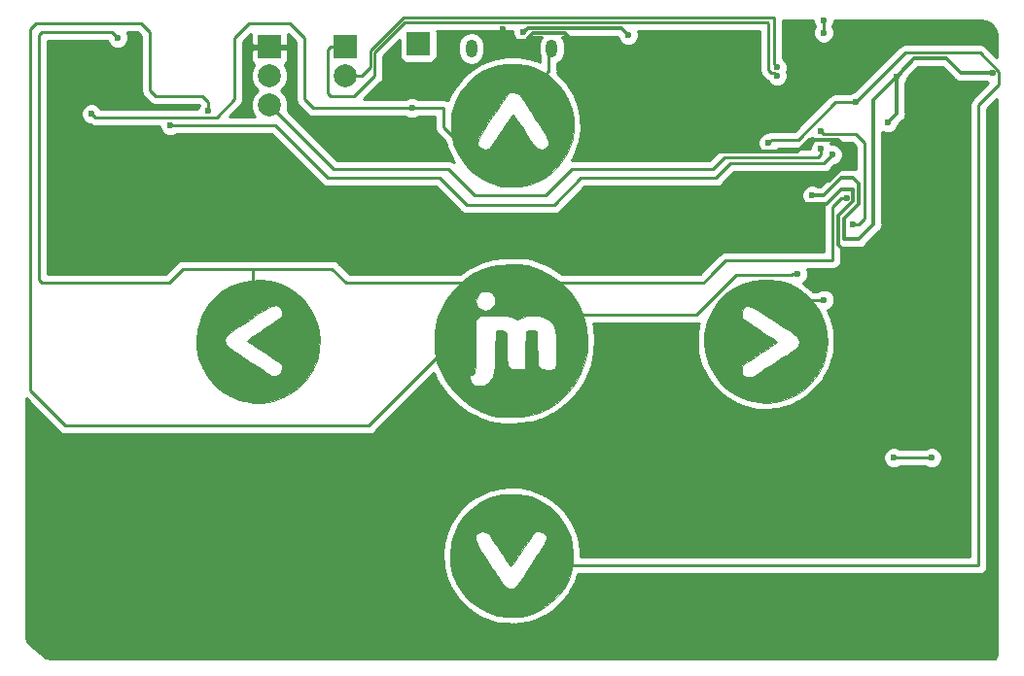
<source format=gbr>
G04 #@! TF.GenerationSoftware,KiCad,Pcbnew,(5.0.1-3-g963ef8bb5)*
G04 #@! TF.CreationDate,2018-11-21T08:27:54+00:00*
G04 #@! TF.ProjectId,invitation,696E7669746174696F6E2E6B69636164,rev?*
G04 #@! TF.SameCoordinates,Original*
G04 #@! TF.FileFunction,Copper,L1,Top,Signal*
G04 #@! TF.FilePolarity,Positive*
%FSLAX46Y46*%
G04 Gerber Fmt 4.6, Leading zero omitted, Abs format (unit mm)*
G04 Created by KiCad (PCBNEW (5.0.1-3-g963ef8bb5)) date Wednesday, 21 November 2018 at 08:27:54*
%MOMM*%
%LPD*%
G01*
G04 APERTURE LIST*
G04 #@! TA.AperFunction,EtchedComponent*
%ADD10C,0.010000*%
G04 #@! TD*
G04 #@! TA.AperFunction,ComponentPad*
%ADD11O,1.250000X0.950000*%
G04 #@! TD*
G04 #@! TA.AperFunction,ComponentPad*
%ADD12O,1.000000X1.550000*%
G04 #@! TD*
G04 #@! TA.AperFunction,ComponentPad*
%ADD13R,2.000000X2.000000*%
G04 #@! TD*
G04 #@! TA.AperFunction,ComponentPad*
%ADD14C,2.000000*%
G04 #@! TD*
G04 #@! TA.AperFunction,BGAPad,CuDef*
%ADD15C,1.000000*%
G04 #@! TD*
G04 #@! TA.AperFunction,ViaPad*
%ADD16C,0.600000*%
G04 #@! TD*
G04 #@! TA.AperFunction,Conductor*
%ADD17C,0.300000*%
G04 #@! TD*
G04 #@! TA.AperFunction,Conductor*
%ADD18C,0.250000*%
G04 #@! TD*
G04 #@! TA.AperFunction,Conductor*
%ADD19C,0.254000*%
G04 #@! TD*
G04 APERTURE END LIST*
D10*
G04 #@! TO.C,P4*
G36*
X141298524Y-94596623D02*
X142158751Y-94849985D01*
X142988777Y-95253521D01*
X143606156Y-95676492D01*
X144254718Y-96290941D01*
X144795698Y-97026365D01*
X145215985Y-97863208D01*
X145378988Y-98320666D01*
X145523824Y-98980546D01*
X145583546Y-99712240D01*
X145558850Y-100455010D01*
X145450431Y-101148117D01*
X145342265Y-101524023D01*
X144944227Y-102424278D01*
X144426619Y-103206619D01*
X143783835Y-103878375D01*
X143199750Y-104325088D01*
X142411837Y-104754090D01*
X141546952Y-105049501D01*
X140642274Y-105202800D01*
X139734985Y-105205470D01*
X139480333Y-105177353D01*
X138617030Y-104988883D01*
X137827459Y-104664771D01*
X137089326Y-104193590D01*
X136429631Y-103613534D01*
X135810799Y-102895863D01*
X135352219Y-102132238D01*
X135048125Y-101308739D01*
X134892751Y-100411446D01*
X134868502Y-99844666D01*
X134876944Y-99735927D01*
X137325387Y-99735927D01*
X137388497Y-100052699D01*
X137446827Y-100155489D01*
X137553218Y-100254502D01*
X137778784Y-100428787D01*
X138100456Y-100661749D01*
X138495163Y-100936790D01*
X138939836Y-101237313D01*
X139076660Y-101328060D01*
X139554503Y-101643731D01*
X140012321Y-101946398D01*
X140421168Y-102216907D01*
X140752095Y-102436104D01*
X140976156Y-102584835D01*
X141004333Y-102603597D01*
X141400732Y-102816528D01*
X141732554Y-102879422D01*
X142011570Y-102793388D01*
X142120709Y-102708574D01*
X142252652Y-102498926D01*
X142318441Y-102224180D01*
X142306519Y-101961405D01*
X142251870Y-101833864D01*
X142167733Y-101766408D01*
X141967861Y-101623860D01*
X141678293Y-101423723D01*
X141325067Y-101183499D01*
X140934223Y-100920693D01*
X140531798Y-100652807D01*
X140143832Y-100397344D01*
X139796364Y-100171809D01*
X139515431Y-99993704D01*
X139501500Y-99985057D01*
X139341465Y-99868573D01*
X139270385Y-99782547D01*
X139270158Y-99779214D01*
X139338370Y-99716237D01*
X139527487Y-99577256D01*
X139815683Y-99377383D01*
X140181133Y-99131728D01*
X140602010Y-98855400D01*
X140643213Y-98828666D01*
X141080511Y-98542680D01*
X141476326Y-98279046D01*
X141805572Y-98054852D01*
X142043168Y-97887186D01*
X142164029Y-97793134D01*
X142165721Y-97791500D01*
X142280383Y-97577670D01*
X142313033Y-97293184D01*
X142262760Y-97016035D01*
X142176544Y-96866833D01*
X141951014Y-96741639D01*
X141686177Y-96712000D01*
X141547969Y-96722415D01*
X141398624Y-96761908D01*
X141215133Y-96842846D01*
X140974490Y-96977597D01*
X140653686Y-97178529D01*
X140229713Y-97458010D01*
X139953648Y-97643333D01*
X139528012Y-97929025D01*
X139152120Y-98179258D01*
X138847790Y-98379679D01*
X138636841Y-98515933D01*
X138541091Y-98573665D01*
X138538057Y-98574666D01*
X138430683Y-98623895D01*
X138235696Y-98750588D01*
X137995107Y-98923260D01*
X137750932Y-99110423D01*
X137545182Y-99280590D01*
X137419870Y-99402273D01*
X137404422Y-99424281D01*
X137325387Y-99735927D01*
X134876944Y-99735927D01*
X134941902Y-98899286D01*
X135163536Y-98029751D01*
X135379902Y-97517177D01*
X135866606Y-96706790D01*
X136459805Y-96015990D01*
X137142413Y-95448600D01*
X137897341Y-95008444D01*
X138707504Y-94699345D01*
X139555813Y-94525126D01*
X140425182Y-94489611D01*
X141298524Y-94596623D01*
X141298524Y-94596623D01*
G37*
X141298524Y-94596623D02*
X142158751Y-94849985D01*
X142988777Y-95253521D01*
X143606156Y-95676492D01*
X144254718Y-96290941D01*
X144795698Y-97026365D01*
X145215985Y-97863208D01*
X145378988Y-98320666D01*
X145523824Y-98980546D01*
X145583546Y-99712240D01*
X145558850Y-100455010D01*
X145450431Y-101148117D01*
X145342265Y-101524023D01*
X144944227Y-102424278D01*
X144426619Y-103206619D01*
X143783835Y-103878375D01*
X143199750Y-104325088D01*
X142411837Y-104754090D01*
X141546952Y-105049501D01*
X140642274Y-105202800D01*
X139734985Y-105205470D01*
X139480333Y-105177353D01*
X138617030Y-104988883D01*
X137827459Y-104664771D01*
X137089326Y-104193590D01*
X136429631Y-103613534D01*
X135810799Y-102895863D01*
X135352219Y-102132238D01*
X135048125Y-101308739D01*
X134892751Y-100411446D01*
X134868502Y-99844666D01*
X134876944Y-99735927D01*
X137325387Y-99735927D01*
X137388497Y-100052699D01*
X137446827Y-100155489D01*
X137553218Y-100254502D01*
X137778784Y-100428787D01*
X138100456Y-100661749D01*
X138495163Y-100936790D01*
X138939836Y-101237313D01*
X139076660Y-101328060D01*
X139554503Y-101643731D01*
X140012321Y-101946398D01*
X140421168Y-102216907D01*
X140752095Y-102436104D01*
X140976156Y-102584835D01*
X141004333Y-102603597D01*
X141400732Y-102816528D01*
X141732554Y-102879422D01*
X142011570Y-102793388D01*
X142120709Y-102708574D01*
X142252652Y-102498926D01*
X142318441Y-102224180D01*
X142306519Y-101961405D01*
X142251870Y-101833864D01*
X142167733Y-101766408D01*
X141967861Y-101623860D01*
X141678293Y-101423723D01*
X141325067Y-101183499D01*
X140934223Y-100920693D01*
X140531798Y-100652807D01*
X140143832Y-100397344D01*
X139796364Y-100171809D01*
X139515431Y-99993704D01*
X139501500Y-99985057D01*
X139341465Y-99868573D01*
X139270385Y-99782547D01*
X139270158Y-99779214D01*
X139338370Y-99716237D01*
X139527487Y-99577256D01*
X139815683Y-99377383D01*
X140181133Y-99131728D01*
X140602010Y-98855400D01*
X140643213Y-98828666D01*
X141080511Y-98542680D01*
X141476326Y-98279046D01*
X141805572Y-98054852D01*
X142043168Y-97887186D01*
X142164029Y-97793134D01*
X142165721Y-97791500D01*
X142280383Y-97577670D01*
X142313033Y-97293184D01*
X142262760Y-97016035D01*
X142176544Y-96866833D01*
X141951014Y-96741639D01*
X141686177Y-96712000D01*
X141547969Y-96722415D01*
X141398624Y-96761908D01*
X141215133Y-96842846D01*
X140974490Y-96977597D01*
X140653686Y-97178529D01*
X140229713Y-97458010D01*
X139953648Y-97643333D01*
X139528012Y-97929025D01*
X139152120Y-98179258D01*
X138847790Y-98379679D01*
X138636841Y-98515933D01*
X138541091Y-98573665D01*
X138538057Y-98574666D01*
X138430683Y-98623895D01*
X138235696Y-98750588D01*
X137995107Y-98923260D01*
X137750932Y-99110423D01*
X137545182Y-99280590D01*
X137419870Y-99402273D01*
X137404422Y-99424281D01*
X137325387Y-99735927D01*
X134876944Y-99735927D01*
X134941902Y-98899286D01*
X135163536Y-98029751D01*
X135379902Y-97517177D01*
X135866606Y-96706790D01*
X136459805Y-96015990D01*
X137142413Y-95448600D01*
X137897341Y-95008444D01*
X138707504Y-94699345D01*
X139555813Y-94525126D01*
X140425182Y-94489611D01*
X141298524Y-94596623D01*
G04 #@! TO.C,P5*
G36*
X185465430Y-94528083D02*
X185640000Y-94563759D01*
X186490574Y-94846248D01*
X187284402Y-95272807D01*
X188002096Y-95824200D01*
X188624271Y-96481187D01*
X189131540Y-97224531D01*
X189504517Y-98034993D01*
X189656842Y-98550000D01*
X189749012Y-99135878D01*
X189780937Y-99800906D01*
X189752598Y-100467350D01*
X189663974Y-101057475D01*
X189657504Y-101085522D01*
X189372416Y-101940486D01*
X188947311Y-102723025D01*
X188400216Y-103420660D01*
X187749156Y-104020916D01*
X187012157Y-104511315D01*
X186207244Y-104879380D01*
X185352443Y-105112635D01*
X184465779Y-105198602D01*
X183775451Y-105156941D01*
X182849520Y-104953480D01*
X181989725Y-104601006D01*
X181210505Y-104111756D01*
X180526302Y-103497966D01*
X179951557Y-102771874D01*
X179500712Y-101945717D01*
X179275678Y-101344000D01*
X179130842Y-100684120D01*
X179071120Y-99952425D01*
X179095816Y-99209655D01*
X179204234Y-98516549D01*
X179312401Y-98140643D01*
X179625471Y-97440486D01*
X182336225Y-97440486D01*
X182348147Y-97703261D01*
X182402796Y-97830802D01*
X182486933Y-97898257D01*
X182686805Y-98040805D01*
X182976373Y-98240943D01*
X183329599Y-98481167D01*
X183720443Y-98743973D01*
X184122868Y-99011859D01*
X184510833Y-99267321D01*
X184858302Y-99492857D01*
X185139235Y-99670962D01*
X185153166Y-99679609D01*
X185313201Y-99796093D01*
X185384281Y-99882118D01*
X185384507Y-99885451D01*
X185316296Y-99948429D01*
X185127179Y-100087409D01*
X184838982Y-100287282D01*
X184473533Y-100532938D01*
X184052656Y-100809266D01*
X184011453Y-100836000D01*
X183574154Y-101121986D01*
X183178340Y-101385620D01*
X182849093Y-101609813D01*
X182611498Y-101777480D01*
X182490637Y-101871532D01*
X182488945Y-101873166D01*
X182374283Y-102086996D01*
X182341632Y-102371481D01*
X182391906Y-102648631D01*
X182478122Y-102797833D01*
X182703651Y-102923026D01*
X182968489Y-102952666D01*
X183106697Y-102942250D01*
X183256042Y-102902758D01*
X183439532Y-102821820D01*
X183680176Y-102687069D01*
X184000979Y-102486137D01*
X184424952Y-102206655D01*
X184701018Y-102021333D01*
X185126654Y-101735641D01*
X185502546Y-101485408D01*
X185806875Y-101284987D01*
X186017824Y-101148733D01*
X186113575Y-101091000D01*
X186116609Y-101090000D01*
X186223982Y-101040771D01*
X186418970Y-100914077D01*
X186659558Y-100741405D01*
X186903734Y-100554243D01*
X187109484Y-100384076D01*
X187234795Y-100262393D01*
X187250244Y-100240384D01*
X187329251Y-99929879D01*
X187267487Y-99614365D01*
X187209063Y-99510924D01*
X187099058Y-99406386D01*
X186873195Y-99229309D01*
X186557830Y-98999070D01*
X186179317Y-98735052D01*
X185875563Y-98530325D01*
X185154937Y-98052250D01*
X184560919Y-97661255D01*
X184079163Y-97350581D01*
X183695322Y-97113469D01*
X183395051Y-96943162D01*
X183164004Y-96832901D01*
X182987833Y-96775927D01*
X182852193Y-96765482D01*
X182742738Y-96794807D01*
X182645121Y-96857143D01*
X182544996Y-96945733D01*
X182533956Y-96956091D01*
X182402013Y-97165740D01*
X182336225Y-97440486D01*
X179625471Y-97440486D01*
X179711470Y-97248158D01*
X180236389Y-96457699D01*
X180875851Y-95780493D01*
X181618552Y-95227765D01*
X182453183Y-94810740D01*
X182785505Y-94692291D01*
X183408148Y-94545880D01*
X184108269Y-94467640D01*
X184816989Y-94460674D01*
X185465430Y-94528083D01*
X185465430Y-94528083D01*
G37*
X185465430Y-94528083D02*
X185640000Y-94563759D01*
X186490574Y-94846248D01*
X187284402Y-95272807D01*
X188002096Y-95824200D01*
X188624271Y-96481187D01*
X189131540Y-97224531D01*
X189504517Y-98034993D01*
X189656842Y-98550000D01*
X189749012Y-99135878D01*
X189780937Y-99800906D01*
X189752598Y-100467350D01*
X189663974Y-101057475D01*
X189657504Y-101085522D01*
X189372416Y-101940486D01*
X188947311Y-102723025D01*
X188400216Y-103420660D01*
X187749156Y-104020916D01*
X187012157Y-104511315D01*
X186207244Y-104879380D01*
X185352443Y-105112635D01*
X184465779Y-105198602D01*
X183775451Y-105156941D01*
X182849520Y-104953480D01*
X181989725Y-104601006D01*
X181210505Y-104111756D01*
X180526302Y-103497966D01*
X179951557Y-102771874D01*
X179500712Y-101945717D01*
X179275678Y-101344000D01*
X179130842Y-100684120D01*
X179071120Y-99952425D01*
X179095816Y-99209655D01*
X179204234Y-98516549D01*
X179312401Y-98140643D01*
X179625471Y-97440486D01*
X182336225Y-97440486D01*
X182348147Y-97703261D01*
X182402796Y-97830802D01*
X182486933Y-97898257D01*
X182686805Y-98040805D01*
X182976373Y-98240943D01*
X183329599Y-98481167D01*
X183720443Y-98743973D01*
X184122868Y-99011859D01*
X184510833Y-99267321D01*
X184858302Y-99492857D01*
X185139235Y-99670962D01*
X185153166Y-99679609D01*
X185313201Y-99796093D01*
X185384281Y-99882118D01*
X185384507Y-99885451D01*
X185316296Y-99948429D01*
X185127179Y-100087409D01*
X184838982Y-100287282D01*
X184473533Y-100532938D01*
X184052656Y-100809266D01*
X184011453Y-100836000D01*
X183574154Y-101121986D01*
X183178340Y-101385620D01*
X182849093Y-101609813D01*
X182611498Y-101777480D01*
X182490637Y-101871532D01*
X182488945Y-101873166D01*
X182374283Y-102086996D01*
X182341632Y-102371481D01*
X182391906Y-102648631D01*
X182478122Y-102797833D01*
X182703651Y-102923026D01*
X182968489Y-102952666D01*
X183106697Y-102942250D01*
X183256042Y-102902758D01*
X183439532Y-102821820D01*
X183680176Y-102687069D01*
X184000979Y-102486137D01*
X184424952Y-102206655D01*
X184701018Y-102021333D01*
X185126654Y-101735641D01*
X185502546Y-101485408D01*
X185806875Y-101284987D01*
X186017824Y-101148733D01*
X186113575Y-101091000D01*
X186116609Y-101090000D01*
X186223982Y-101040771D01*
X186418970Y-100914077D01*
X186659558Y-100741405D01*
X186903734Y-100554243D01*
X187109484Y-100384076D01*
X187234795Y-100262393D01*
X187250244Y-100240384D01*
X187329251Y-99929879D01*
X187267487Y-99614365D01*
X187209063Y-99510924D01*
X187099058Y-99406386D01*
X186873195Y-99229309D01*
X186557830Y-98999070D01*
X186179317Y-98735052D01*
X185875563Y-98530325D01*
X185154937Y-98052250D01*
X184560919Y-97661255D01*
X184079163Y-97350581D01*
X183695322Y-97113469D01*
X183395051Y-96943162D01*
X183164004Y-96832901D01*
X182987833Y-96775927D01*
X182852193Y-96765482D01*
X182742738Y-96794807D01*
X182645121Y-96857143D01*
X182544996Y-96945733D01*
X182533956Y-96956091D01*
X182402013Y-97165740D01*
X182336225Y-97440486D01*
X179625471Y-97440486D01*
X179711470Y-97248158D01*
X180236389Y-96457699D01*
X180875851Y-95780493D01*
X181618552Y-95227765D01*
X182453183Y-94810740D01*
X182785505Y-94692291D01*
X183408148Y-94545880D01*
X184108269Y-94467640D01*
X184816989Y-94460674D01*
X185465430Y-94528083D01*
G04 #@! TO.C,P10*
G36*
X162801355Y-75664523D02*
X163656624Y-75796793D01*
X164450157Y-76048128D01*
X164697489Y-76159902D01*
X165508040Y-76647812D01*
X166201962Y-77246440D01*
X166773513Y-77938526D01*
X167216949Y-78706810D01*
X167526528Y-79534033D01*
X167696507Y-80402935D01*
X167721142Y-81296258D01*
X167594692Y-82196740D01*
X167311413Y-83087123D01*
X167132371Y-83477666D01*
X166651562Y-84246290D01*
X166039353Y-84923130D01*
X165316369Y-85490980D01*
X164503239Y-85932632D01*
X163936333Y-86143821D01*
X163504168Y-86245948D01*
X162987377Y-86320323D01*
X162443376Y-86363005D01*
X161929580Y-86370052D01*
X161503406Y-86337525D01*
X161395478Y-86318235D01*
X160465632Y-86037513D01*
X159616165Y-85619451D01*
X158860966Y-85076321D01*
X158213927Y-84420395D01*
X157688940Y-83663944D01*
X157299894Y-82819242D01*
X157242291Y-82649161D01*
X157226610Y-82582473D01*
X159315482Y-82582473D01*
X159344807Y-82691928D01*
X159407143Y-82789545D01*
X159495733Y-82889670D01*
X159506091Y-82900709D01*
X159715740Y-83032652D01*
X159990486Y-83098441D01*
X160253261Y-83086519D01*
X160380802Y-83031870D01*
X160448257Y-82947733D01*
X160590805Y-82747861D01*
X160790943Y-82458293D01*
X161031167Y-82105067D01*
X161293973Y-81714223D01*
X161561859Y-81311798D01*
X161817321Y-80923832D01*
X162042857Y-80576364D01*
X162220962Y-80295431D01*
X162229609Y-80281500D01*
X162346093Y-80121465D01*
X162432118Y-80050385D01*
X162435451Y-80050158D01*
X162498429Y-80118370D01*
X162637409Y-80307487D01*
X162837282Y-80595683D01*
X163082938Y-80961133D01*
X163359266Y-81382010D01*
X163386000Y-81423213D01*
X163671986Y-81860511D01*
X163935620Y-82256326D01*
X164159813Y-82585572D01*
X164327480Y-82823168D01*
X164421532Y-82944029D01*
X164423166Y-82945721D01*
X164636996Y-83060383D01*
X164921481Y-83093033D01*
X165198631Y-83042760D01*
X165347833Y-82956544D01*
X165473026Y-82731014D01*
X165502666Y-82466177D01*
X165492250Y-82327969D01*
X165452758Y-82178624D01*
X165371820Y-81995133D01*
X165237069Y-81754490D01*
X165036137Y-81433686D01*
X164756655Y-81009713D01*
X164571333Y-80733648D01*
X164285641Y-80308012D01*
X164035408Y-79932120D01*
X163834987Y-79627790D01*
X163698733Y-79416841D01*
X163641000Y-79321091D01*
X163640000Y-79318057D01*
X163590771Y-79210683D01*
X163464077Y-79015696D01*
X163291405Y-78775107D01*
X163104243Y-78530932D01*
X162934076Y-78325182D01*
X162812393Y-78199870D01*
X162790384Y-78184422D01*
X162479879Y-78105414D01*
X162164365Y-78167179D01*
X162060924Y-78225603D01*
X161956386Y-78335608D01*
X161779309Y-78561470D01*
X161549070Y-78876836D01*
X161285052Y-79255349D01*
X161080325Y-79559103D01*
X160602250Y-80279729D01*
X160211255Y-80873747D01*
X159900581Y-81355503D01*
X159663469Y-81739343D01*
X159493162Y-82039614D01*
X159382901Y-82270662D01*
X159325927Y-82446833D01*
X159315482Y-82582473D01*
X157226610Y-82582473D01*
X157095880Y-82026518D01*
X157017640Y-81326397D01*
X157010674Y-80617677D01*
X157078083Y-79969236D01*
X157113759Y-79794666D01*
X157396248Y-78944091D01*
X157822807Y-78150264D01*
X158374200Y-77432570D01*
X159031187Y-76810395D01*
X159774531Y-76303126D01*
X160584993Y-75930149D01*
X161100000Y-75777823D01*
X161932947Y-75656479D01*
X162801355Y-75664523D01*
X162801355Y-75664523D01*
G37*
X162801355Y-75664523D02*
X163656624Y-75796793D01*
X164450157Y-76048128D01*
X164697489Y-76159902D01*
X165508040Y-76647812D01*
X166201962Y-77246440D01*
X166773513Y-77938526D01*
X167216949Y-78706810D01*
X167526528Y-79534033D01*
X167696507Y-80402935D01*
X167721142Y-81296258D01*
X167594692Y-82196740D01*
X167311413Y-83087123D01*
X167132371Y-83477666D01*
X166651562Y-84246290D01*
X166039353Y-84923130D01*
X165316369Y-85490980D01*
X164503239Y-85932632D01*
X163936333Y-86143821D01*
X163504168Y-86245948D01*
X162987377Y-86320323D01*
X162443376Y-86363005D01*
X161929580Y-86370052D01*
X161503406Y-86337525D01*
X161395478Y-86318235D01*
X160465632Y-86037513D01*
X159616165Y-85619451D01*
X158860966Y-85076321D01*
X158213927Y-84420395D01*
X157688940Y-83663944D01*
X157299894Y-82819242D01*
X157242291Y-82649161D01*
X157226610Y-82582473D01*
X159315482Y-82582473D01*
X159344807Y-82691928D01*
X159407143Y-82789545D01*
X159495733Y-82889670D01*
X159506091Y-82900709D01*
X159715740Y-83032652D01*
X159990486Y-83098441D01*
X160253261Y-83086519D01*
X160380802Y-83031870D01*
X160448257Y-82947733D01*
X160590805Y-82747861D01*
X160790943Y-82458293D01*
X161031167Y-82105067D01*
X161293973Y-81714223D01*
X161561859Y-81311798D01*
X161817321Y-80923832D01*
X162042857Y-80576364D01*
X162220962Y-80295431D01*
X162229609Y-80281500D01*
X162346093Y-80121465D01*
X162432118Y-80050385D01*
X162435451Y-80050158D01*
X162498429Y-80118370D01*
X162637409Y-80307487D01*
X162837282Y-80595683D01*
X163082938Y-80961133D01*
X163359266Y-81382010D01*
X163386000Y-81423213D01*
X163671986Y-81860511D01*
X163935620Y-82256326D01*
X164159813Y-82585572D01*
X164327480Y-82823168D01*
X164421532Y-82944029D01*
X164423166Y-82945721D01*
X164636996Y-83060383D01*
X164921481Y-83093033D01*
X165198631Y-83042760D01*
X165347833Y-82956544D01*
X165473026Y-82731014D01*
X165502666Y-82466177D01*
X165492250Y-82327969D01*
X165452758Y-82178624D01*
X165371820Y-81995133D01*
X165237069Y-81754490D01*
X165036137Y-81433686D01*
X164756655Y-81009713D01*
X164571333Y-80733648D01*
X164285641Y-80308012D01*
X164035408Y-79932120D01*
X163834987Y-79627790D01*
X163698733Y-79416841D01*
X163641000Y-79321091D01*
X163640000Y-79318057D01*
X163590771Y-79210683D01*
X163464077Y-79015696D01*
X163291405Y-78775107D01*
X163104243Y-78530932D01*
X162934076Y-78325182D01*
X162812393Y-78199870D01*
X162790384Y-78184422D01*
X162479879Y-78105414D01*
X162164365Y-78167179D01*
X162060924Y-78225603D01*
X161956386Y-78335608D01*
X161779309Y-78561470D01*
X161549070Y-78876836D01*
X161285052Y-79255349D01*
X161080325Y-79559103D01*
X160602250Y-80279729D01*
X160211255Y-80873747D01*
X159900581Y-81355503D01*
X159663469Y-81739343D01*
X159493162Y-82039614D01*
X159382901Y-82270662D01*
X159325927Y-82446833D01*
X159315482Y-82582473D01*
X157226610Y-82582473D01*
X157095880Y-82026518D01*
X157017640Y-81326397D01*
X157010674Y-80617677D01*
X157078083Y-79969236D01*
X157113759Y-79794666D01*
X157396248Y-78944091D01*
X157822807Y-78150264D01*
X158374200Y-77432570D01*
X159031187Y-76810395D01*
X159774531Y-76303126D01*
X160584993Y-75930149D01*
X161100000Y-75777823D01*
X161932947Y-75656479D01*
X162801355Y-75664523D01*
G04 #@! TO.C,P11*
G36*
X162905010Y-113175816D02*
X163598117Y-113284234D01*
X163974023Y-113392401D01*
X164866508Y-113791470D01*
X165656966Y-114316389D01*
X166334172Y-114955851D01*
X166886901Y-115698552D01*
X167303925Y-116533183D01*
X167422374Y-116865505D01*
X167568786Y-117488148D01*
X167647025Y-118188269D01*
X167653991Y-118896989D01*
X167586583Y-119545430D01*
X167550906Y-119720000D01*
X167268418Y-120570574D01*
X166841858Y-121364402D01*
X166290466Y-122082096D01*
X165633478Y-122704271D01*
X164890135Y-123211540D01*
X164079673Y-123584517D01*
X163564666Y-123736842D01*
X163049079Y-123818740D01*
X162445109Y-123854036D01*
X161823536Y-123842816D01*
X161255143Y-123785166D01*
X160990895Y-123733712D01*
X160169057Y-123451008D01*
X159390004Y-123020770D01*
X158679430Y-122463932D01*
X158063032Y-121801429D01*
X157566506Y-121054195D01*
X157467256Y-120863000D01*
X157162961Y-120099162D01*
X156991393Y-119298651D01*
X156942412Y-118450000D01*
X157028648Y-117513130D01*
X157154958Y-117048489D01*
X159162000Y-117048489D01*
X159172415Y-117186697D01*
X159211908Y-117336042D01*
X159292846Y-117519532D01*
X159427597Y-117760176D01*
X159628529Y-118080979D01*
X159908010Y-118504952D01*
X160093333Y-118781018D01*
X160379025Y-119206654D01*
X160629258Y-119582546D01*
X160829679Y-119886875D01*
X160965933Y-120097824D01*
X161023665Y-120193575D01*
X161024666Y-120196609D01*
X161073048Y-120299647D01*
X161197500Y-120491751D01*
X161366985Y-120730831D01*
X161550463Y-120974799D01*
X161716897Y-121181566D01*
X161835247Y-121309044D01*
X161857554Y-121326019D01*
X162140934Y-121405489D01*
X162448611Y-121365899D01*
X162603742Y-121289063D01*
X162708279Y-121179058D01*
X162885357Y-120953195D01*
X163115595Y-120637830D01*
X163379614Y-120259317D01*
X163584341Y-119955563D01*
X164062416Y-119234937D01*
X164453411Y-118640919D01*
X164764085Y-118159163D01*
X165001196Y-117775322D01*
X165171503Y-117475051D01*
X165281764Y-117244004D01*
X165338738Y-117067833D01*
X165349184Y-116932193D01*
X165319859Y-116822738D01*
X165257523Y-116725121D01*
X165168933Y-116624996D01*
X165158574Y-116613956D01*
X164948926Y-116482013D01*
X164674180Y-116416225D01*
X164411405Y-116428147D01*
X164283864Y-116482796D01*
X164216408Y-116566933D01*
X164073860Y-116766805D01*
X163873723Y-117056373D01*
X163633499Y-117409599D01*
X163370693Y-117800443D01*
X163102807Y-118202868D01*
X162847344Y-118590833D01*
X162621809Y-118938302D01*
X162443704Y-119219235D01*
X162435057Y-119233166D01*
X162318573Y-119393201D01*
X162232547Y-119464281D01*
X162229214Y-119464507D01*
X162166237Y-119396296D01*
X162027256Y-119207179D01*
X161827383Y-118918982D01*
X161581728Y-118553533D01*
X161305400Y-118132656D01*
X161278666Y-118091453D01*
X160992680Y-117654154D01*
X160729046Y-117258340D01*
X160504852Y-116929093D01*
X160337186Y-116691498D01*
X160243134Y-116570637D01*
X160241500Y-116568945D01*
X160027670Y-116454283D01*
X159743184Y-116421632D01*
X159466035Y-116471906D01*
X159316833Y-116558122D01*
X159191639Y-116783651D01*
X159162000Y-117048489D01*
X157154958Y-117048489D01*
X157269260Y-116628025D01*
X157653484Y-115809012D01*
X158170551Y-115070417D01*
X158809696Y-114426568D01*
X159560153Y-113891791D01*
X160411155Y-113480412D01*
X160770666Y-113355678D01*
X161430546Y-113210842D01*
X162162240Y-113151120D01*
X162905010Y-113175816D01*
X162905010Y-113175816D01*
G37*
X162905010Y-113175816D02*
X163598117Y-113284234D01*
X163974023Y-113392401D01*
X164866508Y-113791470D01*
X165656966Y-114316389D01*
X166334172Y-114955851D01*
X166886901Y-115698552D01*
X167303925Y-116533183D01*
X167422374Y-116865505D01*
X167568786Y-117488148D01*
X167647025Y-118188269D01*
X167653991Y-118896989D01*
X167586583Y-119545430D01*
X167550906Y-119720000D01*
X167268418Y-120570574D01*
X166841858Y-121364402D01*
X166290466Y-122082096D01*
X165633478Y-122704271D01*
X164890135Y-123211540D01*
X164079673Y-123584517D01*
X163564666Y-123736842D01*
X163049079Y-123818740D01*
X162445109Y-123854036D01*
X161823536Y-123842816D01*
X161255143Y-123785166D01*
X160990895Y-123733712D01*
X160169057Y-123451008D01*
X159390004Y-123020770D01*
X158679430Y-122463932D01*
X158063032Y-121801429D01*
X157566506Y-121054195D01*
X157467256Y-120863000D01*
X157162961Y-120099162D01*
X156991393Y-119298651D01*
X156942412Y-118450000D01*
X157028648Y-117513130D01*
X157154958Y-117048489D01*
X159162000Y-117048489D01*
X159172415Y-117186697D01*
X159211908Y-117336042D01*
X159292846Y-117519532D01*
X159427597Y-117760176D01*
X159628529Y-118080979D01*
X159908010Y-118504952D01*
X160093333Y-118781018D01*
X160379025Y-119206654D01*
X160629258Y-119582546D01*
X160829679Y-119886875D01*
X160965933Y-120097824D01*
X161023665Y-120193575D01*
X161024666Y-120196609D01*
X161073048Y-120299647D01*
X161197500Y-120491751D01*
X161366985Y-120730831D01*
X161550463Y-120974799D01*
X161716897Y-121181566D01*
X161835247Y-121309044D01*
X161857554Y-121326019D01*
X162140934Y-121405489D01*
X162448611Y-121365899D01*
X162603742Y-121289063D01*
X162708279Y-121179058D01*
X162885357Y-120953195D01*
X163115595Y-120637830D01*
X163379614Y-120259317D01*
X163584341Y-119955563D01*
X164062416Y-119234937D01*
X164453411Y-118640919D01*
X164764085Y-118159163D01*
X165001196Y-117775322D01*
X165171503Y-117475051D01*
X165281764Y-117244004D01*
X165338738Y-117067833D01*
X165349184Y-116932193D01*
X165319859Y-116822738D01*
X165257523Y-116725121D01*
X165168933Y-116624996D01*
X165158574Y-116613956D01*
X164948926Y-116482013D01*
X164674180Y-116416225D01*
X164411405Y-116428147D01*
X164283864Y-116482796D01*
X164216408Y-116566933D01*
X164073860Y-116766805D01*
X163873723Y-117056373D01*
X163633499Y-117409599D01*
X163370693Y-117800443D01*
X163102807Y-118202868D01*
X162847344Y-118590833D01*
X162621809Y-118938302D01*
X162443704Y-119219235D01*
X162435057Y-119233166D01*
X162318573Y-119393201D01*
X162232547Y-119464281D01*
X162229214Y-119464507D01*
X162166237Y-119396296D01*
X162027256Y-119207179D01*
X161827383Y-118918982D01*
X161581728Y-118553533D01*
X161305400Y-118132656D01*
X161278666Y-118091453D01*
X160992680Y-117654154D01*
X160729046Y-117258340D01*
X160504852Y-116929093D01*
X160337186Y-116691498D01*
X160243134Y-116570637D01*
X160241500Y-116568945D01*
X160027670Y-116454283D01*
X159743184Y-116421632D01*
X159466035Y-116471906D01*
X159316833Y-116558122D01*
X159191639Y-116783651D01*
X159162000Y-117048489D01*
X157154958Y-117048489D01*
X157269260Y-116628025D01*
X157653484Y-115809012D01*
X158170551Y-115070417D01*
X158809696Y-114426568D01*
X159560153Y-113891791D01*
X160411155Y-113480412D01*
X160770666Y-113355678D01*
X161430546Y-113210842D01*
X162162240Y-113151120D01*
X162905010Y-113175816D01*
G04 #@! TO.C,P2*
G36*
X163067989Y-93151201D02*
X163501919Y-93191849D01*
X163764000Y-93242826D01*
X164847228Y-93622621D01*
X165808623Y-94119468D01*
X166650234Y-94734977D01*
X167374111Y-95470760D01*
X167982303Y-96328427D01*
X168209156Y-96735848D01*
X168600018Y-97671662D01*
X168843413Y-98662924D01*
X168938779Y-99682909D01*
X168885560Y-100704891D01*
X168683194Y-101702146D01*
X168332826Y-102644313D01*
X167826547Y-103530719D01*
X167184089Y-104333465D01*
X166425043Y-105035306D01*
X165568997Y-105618994D01*
X164635539Y-106067283D01*
X164314333Y-106182405D01*
X163755842Y-106319377D01*
X163090574Y-106409073D01*
X162374876Y-106449650D01*
X161665095Y-106439264D01*
X161017579Y-106376071D01*
X160643600Y-106302505D01*
X159677246Y-105973386D01*
X158768411Y-105496974D01*
X157937995Y-104890122D01*
X157206899Y-104169680D01*
X156596025Y-103352499D01*
X156427691Y-103052704D01*
X158615684Y-103052704D01*
X158724192Y-103326517D01*
X158726331Y-103330663D01*
X158888738Y-103568206D01*
X159096741Y-103696200D01*
X159395756Y-103735429D01*
X159594817Y-103728169D01*
X159946935Y-103671980D01*
X160197812Y-103547063D01*
X160262485Y-103492980D01*
X160435956Y-103287802D01*
X160608703Y-103014187D01*
X160663082Y-102907333D01*
X160723722Y-102763033D01*
X160769832Y-102606721D01*
X160803954Y-102412002D01*
X160828629Y-102152482D01*
X160846398Y-101801765D01*
X160859804Y-101333456D01*
X160870929Y-100748583D01*
X160886258Y-100068888D01*
X160907006Y-99551606D01*
X160933648Y-99189888D01*
X160966662Y-98976888D01*
X160998847Y-98908379D01*
X161219224Y-98847570D01*
X161489817Y-98868040D01*
X161717787Y-98960468D01*
X161746499Y-98983455D01*
X161804575Y-99051939D01*
X161846168Y-99153363D01*
X161873959Y-99314156D01*
X161890625Y-99560745D01*
X161898845Y-99919560D01*
X161901297Y-100417029D01*
X161901333Y-100511304D01*
X161902144Y-101025743D01*
X161907042Y-101398767D01*
X161919720Y-101658297D01*
X161943875Y-101832250D01*
X161983201Y-101948545D01*
X162041394Y-102035101D01*
X162113019Y-102110716D01*
X162245418Y-102224726D01*
X162388291Y-102285107D01*
X162595445Y-102304683D01*
X162896186Y-102297367D01*
X163467666Y-102272333D01*
X163510000Y-100623254D01*
X163552333Y-98974175D01*
X163785166Y-98892410D01*
X164119745Y-98860268D01*
X164250833Y-98892318D01*
X164483666Y-98973991D01*
X164529200Y-100411495D01*
X164548321Y-100897300D01*
X164572398Y-101331265D01*
X164599137Y-101681918D01*
X164626243Y-101917788D01*
X164644995Y-101999518D01*
X164783800Y-102173431D01*
X165019833Y-102274407D01*
X165382209Y-102313341D01*
X165487175Y-102314666D01*
X165744282Y-102315388D01*
X165933030Y-102302498D01*
X166063945Y-102253411D01*
X166147551Y-102145542D01*
X166194371Y-101956306D01*
X166214930Y-101663119D01*
X166219751Y-101243395D01*
X166219333Y-100743442D01*
X166213876Y-100225063D01*
X166198785Y-99732202D01*
X166175983Y-99303971D01*
X166147390Y-98979480D01*
X166125735Y-98838569D01*
X165944782Y-98379621D01*
X165630791Y-98002004D01*
X165211973Y-97735360D01*
X165005887Y-97661981D01*
X164587134Y-97593707D01*
X164107063Y-97590189D01*
X163633572Y-97646416D01*
X163234558Y-97757373D01*
X163141386Y-97799628D01*
X162936399Y-97897912D01*
X162793662Y-97923069D01*
X162634860Y-97874133D01*
X162464195Y-97791270D01*
X162301693Y-97720757D01*
X162119763Y-97670396D01*
X161885189Y-97636156D01*
X161564753Y-97614005D01*
X161125238Y-97599912D01*
X160843000Y-97594502D01*
X160381670Y-97589872D01*
X159968385Y-97591398D01*
X159638540Y-97598528D01*
X159427533Y-97610709D01*
X159382500Y-97617282D01*
X159192000Y-97661226D01*
X159192000Y-99949817D01*
X159189987Y-100702671D01*
X159182159Y-101304210D01*
X159165831Y-101772423D01*
X159138318Y-102125300D01*
X159096935Y-102380829D01*
X159038997Y-102557000D01*
X158961819Y-102671803D01*
X158862718Y-102743226D01*
X158769595Y-102780038D01*
X158630308Y-102877036D01*
X158615684Y-103052704D01*
X156427691Y-103052704D01*
X156274755Y-102780333D01*
X156004926Y-102195631D01*
X155815275Y-101677555D01*
X155693130Y-101170480D01*
X155625817Y-100618783D01*
X155600661Y-99966839D01*
X155599565Y-99817000D01*
X155613839Y-99134921D01*
X155669521Y-98564241D01*
X155778167Y-98049675D01*
X155951334Y-97535941D01*
X156190910Y-96988181D01*
X156580324Y-96303333D01*
X159192000Y-96303333D01*
X159263325Y-96658333D01*
X159452937Y-96929713D01*
X159724287Y-97102325D01*
X160040830Y-97161025D01*
X160366017Y-97090667D01*
X160637846Y-96902512D01*
X160838377Y-96601097D01*
X160896111Y-96275173D01*
X160826194Y-95961289D01*
X160643770Y-95695990D01*
X160363987Y-95515824D01*
X160038666Y-95456666D01*
X159669972Y-95530839D01*
X159390564Y-95736493D01*
X159225737Y-96048334D01*
X159192000Y-96303333D01*
X156580324Y-96303333D01*
X156725910Y-96047298D01*
X157385516Y-95217269D01*
X158159248Y-94506841D01*
X159036628Y-93924761D01*
X160007175Y-93479775D01*
X160631333Y-93281834D01*
X160995930Y-93213163D01*
X161469395Y-93165173D01*
X162004227Y-93138455D01*
X162552925Y-93133600D01*
X163067989Y-93151201D01*
X163067989Y-93151201D01*
G37*
X163067989Y-93151201D02*
X163501919Y-93191849D01*
X163764000Y-93242826D01*
X164847228Y-93622621D01*
X165808623Y-94119468D01*
X166650234Y-94734977D01*
X167374111Y-95470760D01*
X167982303Y-96328427D01*
X168209156Y-96735848D01*
X168600018Y-97671662D01*
X168843413Y-98662924D01*
X168938779Y-99682909D01*
X168885560Y-100704891D01*
X168683194Y-101702146D01*
X168332826Y-102644313D01*
X167826547Y-103530719D01*
X167184089Y-104333465D01*
X166425043Y-105035306D01*
X165568997Y-105618994D01*
X164635539Y-106067283D01*
X164314333Y-106182405D01*
X163755842Y-106319377D01*
X163090574Y-106409073D01*
X162374876Y-106449650D01*
X161665095Y-106439264D01*
X161017579Y-106376071D01*
X160643600Y-106302505D01*
X159677246Y-105973386D01*
X158768411Y-105496974D01*
X157937995Y-104890122D01*
X157206899Y-104169680D01*
X156596025Y-103352499D01*
X156427691Y-103052704D01*
X158615684Y-103052704D01*
X158724192Y-103326517D01*
X158726331Y-103330663D01*
X158888738Y-103568206D01*
X159096741Y-103696200D01*
X159395756Y-103735429D01*
X159594817Y-103728169D01*
X159946935Y-103671980D01*
X160197812Y-103547063D01*
X160262485Y-103492980D01*
X160435956Y-103287802D01*
X160608703Y-103014187D01*
X160663082Y-102907333D01*
X160723722Y-102763033D01*
X160769832Y-102606721D01*
X160803954Y-102412002D01*
X160828629Y-102152482D01*
X160846398Y-101801765D01*
X160859804Y-101333456D01*
X160870929Y-100748583D01*
X160886258Y-100068888D01*
X160907006Y-99551606D01*
X160933648Y-99189888D01*
X160966662Y-98976888D01*
X160998847Y-98908379D01*
X161219224Y-98847570D01*
X161489817Y-98868040D01*
X161717787Y-98960468D01*
X161746499Y-98983455D01*
X161804575Y-99051939D01*
X161846168Y-99153363D01*
X161873959Y-99314156D01*
X161890625Y-99560745D01*
X161898845Y-99919560D01*
X161901297Y-100417029D01*
X161901333Y-100511304D01*
X161902144Y-101025743D01*
X161907042Y-101398767D01*
X161919720Y-101658297D01*
X161943875Y-101832250D01*
X161983201Y-101948545D01*
X162041394Y-102035101D01*
X162113019Y-102110716D01*
X162245418Y-102224726D01*
X162388291Y-102285107D01*
X162595445Y-102304683D01*
X162896186Y-102297367D01*
X163467666Y-102272333D01*
X163510000Y-100623254D01*
X163552333Y-98974175D01*
X163785166Y-98892410D01*
X164119745Y-98860268D01*
X164250833Y-98892318D01*
X164483666Y-98973991D01*
X164529200Y-100411495D01*
X164548321Y-100897300D01*
X164572398Y-101331265D01*
X164599137Y-101681918D01*
X164626243Y-101917788D01*
X164644995Y-101999518D01*
X164783800Y-102173431D01*
X165019833Y-102274407D01*
X165382209Y-102313341D01*
X165487175Y-102314666D01*
X165744282Y-102315388D01*
X165933030Y-102302498D01*
X166063945Y-102253411D01*
X166147551Y-102145542D01*
X166194371Y-101956306D01*
X166214930Y-101663119D01*
X166219751Y-101243395D01*
X166219333Y-100743442D01*
X166213876Y-100225063D01*
X166198785Y-99732202D01*
X166175983Y-99303971D01*
X166147390Y-98979480D01*
X166125735Y-98838569D01*
X165944782Y-98379621D01*
X165630791Y-98002004D01*
X165211973Y-97735360D01*
X165005887Y-97661981D01*
X164587134Y-97593707D01*
X164107063Y-97590189D01*
X163633572Y-97646416D01*
X163234558Y-97757373D01*
X163141386Y-97799628D01*
X162936399Y-97897912D01*
X162793662Y-97923069D01*
X162634860Y-97874133D01*
X162464195Y-97791270D01*
X162301693Y-97720757D01*
X162119763Y-97670396D01*
X161885189Y-97636156D01*
X161564753Y-97614005D01*
X161125238Y-97599912D01*
X160843000Y-97594502D01*
X160381670Y-97589872D01*
X159968385Y-97591398D01*
X159638540Y-97598528D01*
X159427533Y-97610709D01*
X159382500Y-97617282D01*
X159192000Y-97661226D01*
X159192000Y-99949817D01*
X159189987Y-100702671D01*
X159182159Y-101304210D01*
X159165831Y-101772423D01*
X159138318Y-102125300D01*
X159096935Y-102380829D01*
X159038997Y-102557000D01*
X158961819Y-102671803D01*
X158862718Y-102743226D01*
X158769595Y-102780038D01*
X158630308Y-102877036D01*
X158615684Y-103052704D01*
X156427691Y-103052704D01*
X156274755Y-102780333D01*
X156004926Y-102195631D01*
X155815275Y-101677555D01*
X155693130Y-101170480D01*
X155625817Y-100618783D01*
X155600661Y-99966839D01*
X155599565Y-99817000D01*
X155613839Y-99134921D01*
X155669521Y-98564241D01*
X155778167Y-98049675D01*
X155951334Y-97535941D01*
X156190910Y-96988181D01*
X156580324Y-96303333D01*
X159192000Y-96303333D01*
X159263325Y-96658333D01*
X159452937Y-96929713D01*
X159724287Y-97102325D01*
X160040830Y-97161025D01*
X160366017Y-97090667D01*
X160637846Y-96902512D01*
X160838377Y-96601097D01*
X160896111Y-96275173D01*
X160826194Y-95961289D01*
X160643770Y-95695990D01*
X160363987Y-95515824D01*
X160038666Y-95456666D01*
X159669972Y-95530839D01*
X159390564Y-95736493D01*
X159225737Y-96048334D01*
X159192000Y-96303333D01*
X156580324Y-96303333D01*
X156725910Y-96047298D01*
X157385516Y-95217269D01*
X158159248Y-94506841D01*
X159036628Y-93924761D01*
X160007175Y-93479775D01*
X160631333Y-93281834D01*
X160995930Y-93213163D01*
X161469395Y-93165173D01*
X162004227Y-93138455D01*
X162552925Y-93133600D01*
X163067989Y-93151201D01*
G04 #@! TD*
D11*
G04 #@! TO.P,P1,6*
G04 #@! TO.N,Net-(P1-Pad6)*
X159805100Y-77000540D03*
X164805100Y-77000540D03*
D12*
X158805100Y-74300540D03*
X165805100Y-74300540D03*
G04 #@! TD*
D13*
G04 #@! TO.P,P3,1*
G04 #@! TO.N,GND*
X141224000Y-74168000D03*
D14*
G04 #@! TO.P,P3,2*
G04 #@! TO.N,VCC*
X141224000Y-76708000D03*
G04 #@! TO.P,P3,3*
G04 #@! TO.N,SCLK*
X141224000Y-79248000D03*
G04 #@! TD*
D13*
G04 #@! TO.P,P8,1*
G04 #@! TO.N,RESET*
X154178000Y-73914000D03*
G04 #@! TD*
G04 #@! TO.P,P9,1*
G04 #@! TO.N,MOSI*
X147828000Y-74168000D03*
D14*
G04 #@! TO.P,P9,2*
G04 #@! TO.N,MISO*
X147828000Y-76708000D03*
G04 #@! TD*
D15*
G04 #@! TO.P,P4,1*
G04 #@! TO.N,leftArrSens*
X142740000Y-99760000D03*
G04 #@! TD*
G04 #@! TO.P,P5,1*
G04 #@! TO.N,rightArrSens*
X181830000Y-99820000D03*
G04 #@! TD*
G04 #@! TO.P,P10,1*
G04 #@! TO.N,upArrSens*
X162370000Y-83520000D03*
G04 #@! TD*
G04 #@! TO.P,P11,1*
G04 #@! TO.N,downArrSens*
X162210000Y-115910000D03*
G04 #@! TD*
G04 #@! TO.P,P2,1*
G04 #@! TO.N,homeSens*
X163510000Y-95880000D03*
G04 #@! TD*
D16*
G04 #@! TO.N,GND*
X191008000Y-75438000D03*
X199898000Y-76200000D03*
X195580000Y-91440000D03*
X198374000Y-84836000D03*
X201676000Y-87884000D03*
X179578000Y-83820000D03*
X185674000Y-80772000D03*
X172720000Y-78232000D03*
X195326000Y-84328000D03*
X161500000Y-72650000D03*
G04 #@! TO.N,VCC*
X195834000Y-76810000D03*
X204216000Y-76454000D03*
X172466000Y-73152000D03*
X163322000Y-72898000D03*
X195072000Y-80772000D03*
X188468000Y-87122000D03*
G04 #@! TO.N,interactLED*
X195580000Y-109982000D03*
X198882000Y-109982000D03*
G04 #@! TO.N,SCLK*
X189230000Y-83058000D03*
G04 #@! TO.N,MISO*
X185420000Y-75946000D03*
G04 #@! TO.N,MOSI*
X185420000Y-76708000D03*
G04 #@! TO.N,RESET*
X189484000Y-71882000D03*
X189484000Y-72942000D03*
G04 #@! TO.N,Net-(C0-Pad1)*
X192024000Y-89662000D03*
X189230000Y-81534000D03*
G04 #@! TO.N,homeSens*
X135890000Y-79756000D03*
X187210000Y-93960000D03*
G04 #@! TO.N,leftArrSens*
X191516000Y-87376000D03*
X128016000Y-73406000D03*
G04 #@! TO.N,rightArrSens*
X189500000Y-96230000D03*
G04 #@! TO.N,upArrSens*
X125730000Y-80010000D03*
X153630000Y-79502000D03*
G04 #@! TO.N,downArrSens*
X184658000Y-82550000D03*
X192278000Y-78994000D03*
G04 #@! TO.N,downArrBtn*
X132588000Y-81026000D03*
X190246000Y-83566000D03*
G04 #@! TD*
D17*
G04 #@! TO.N,GND*
X185674000Y-80772000D02*
X186182000Y-80772000D01*
X191008000Y-75946000D02*
X191008000Y-75438000D01*
X190500000Y-76454000D02*
X191008000Y-75946000D01*
X187706000Y-76454000D02*
X190500000Y-76454000D01*
X186944000Y-77216000D02*
X187706000Y-76454000D01*
X186944000Y-80010000D02*
X186944000Y-77216000D01*
X186182000Y-80772000D02*
X186944000Y-80010000D01*
X199898000Y-76200000D02*
X199390000Y-76708000D01*
X199390000Y-76708000D02*
X199390000Y-84836000D01*
X198374000Y-84836000D02*
X199390000Y-84836000D01*
X201676000Y-87884000D02*
X201676000Y-90932000D01*
X201168000Y-91440000D02*
X195580000Y-91440000D01*
X201676000Y-90932000D02*
X201168000Y-91440000D01*
X198374000Y-84836000D02*
X196088000Y-84836000D01*
X198374000Y-87630000D02*
X198374000Y-84836000D01*
X198628000Y-87884000D02*
X198374000Y-87630000D01*
X201676000Y-87884000D02*
X198628000Y-87884000D01*
X185166000Y-80264000D02*
X180086000Y-80264000D01*
X185674000Y-80772000D02*
X185166000Y-80264000D01*
X177546000Y-78232000D02*
X179832000Y-80518000D01*
X179832000Y-80518000D02*
X179578000Y-80772000D01*
X180086000Y-80264000D02*
X179832000Y-80518000D01*
X172720000Y-78232000D02*
X177546000Y-78232000D01*
X195326000Y-84328000D02*
X195834000Y-84328000D01*
X195834000Y-84328000D02*
X196088000Y-84582000D01*
X196088000Y-84582000D02*
X196088000Y-84836000D01*
X188214000Y-82296000D02*
X187198000Y-83312000D01*
X187198000Y-83312000D02*
X180086000Y-83312000D01*
X190754000Y-91440000D02*
X190754000Y-88900000D01*
X190754000Y-82296000D02*
X188214000Y-82296000D01*
X192024000Y-87630000D02*
X192024000Y-86614000D01*
X187960000Y-85852000D02*
X189992000Y-85852000D01*
X187198000Y-87376000D02*
X187198000Y-86614000D01*
X179578000Y-83312000D02*
X179578000Y-83820000D01*
X187706000Y-87884000D02*
X187198000Y-87376000D01*
X191008000Y-86614000D02*
X189738000Y-87884000D01*
X191262000Y-91948000D02*
X190754000Y-91440000D01*
X190754000Y-88900000D02*
X192024000Y-87630000D01*
X189992000Y-85852000D02*
X191770000Y-84074000D01*
X189738000Y-87884000D02*
X187706000Y-87884000D01*
X192786000Y-91948000D02*
X191262000Y-91948000D01*
X191770000Y-83312000D02*
X190754000Y-82296000D01*
X195026001Y-84627999D02*
X195026001Y-89707999D01*
X195026001Y-89707999D02*
X192786000Y-91948000D01*
X192024000Y-86614000D02*
X191008000Y-86614000D01*
X180086000Y-83312000D02*
X179578000Y-83312000D01*
X195326000Y-84328000D02*
X195026001Y-84627999D01*
X187198000Y-86614000D02*
X187960000Y-85852000D01*
X191770000Y-84074000D02*
X191770000Y-83312000D01*
X179578000Y-80772000D02*
X179578000Y-83312000D01*
X167380000Y-75686000D02*
X169926000Y-78232000D01*
X167380000Y-73440000D02*
X167380000Y-75686000D01*
X166940000Y-73000000D02*
X167380000Y-73440000D01*
X164200000Y-73000000D02*
X166940000Y-73000000D01*
X163570000Y-73630000D02*
X164200000Y-73000000D01*
X169926000Y-78232000D02*
X172720000Y-78232000D01*
X163570000Y-73660000D02*
X163570000Y-73630000D01*
X162510000Y-73660000D02*
X161500000Y-72650000D01*
X163030000Y-73660000D02*
X162510000Y-73660000D01*
X163030000Y-73660000D02*
X163570000Y-73660000D01*
G04 #@! TO.N,VCC*
X196133999Y-76510001D02*
X196133999Y-76408001D01*
X195834000Y-76810000D02*
X196133999Y-76510001D01*
X196133999Y-76408001D02*
X197358000Y-75184000D01*
X197358000Y-75184000D02*
X200152000Y-75184000D01*
X200152000Y-75184000D02*
X201422000Y-76454000D01*
X201422000Y-76454000D02*
X204216000Y-76454000D01*
X195834000Y-80010000D02*
X195834000Y-76810000D01*
X195072000Y-80772000D02*
X195834000Y-80010000D01*
X193802000Y-78842000D02*
X195834000Y-76810000D01*
X191262000Y-90932000D02*
X192532000Y-90932000D01*
X191262000Y-89154000D02*
X191262000Y-90932000D01*
X192532000Y-90932000D02*
X193802000Y-89662000D01*
X192532000Y-87884000D02*
X191262000Y-89154000D01*
X192532000Y-86106000D02*
X192532000Y-87884000D01*
X188468000Y-87122000D02*
X189484000Y-87122000D01*
X191008000Y-85598000D02*
X192024000Y-85598000D01*
X192024000Y-85598000D02*
X192532000Y-86106000D01*
X193802000Y-89662000D02*
X193802000Y-78842000D01*
X189484000Y-87122000D02*
X191008000Y-85598000D01*
X163621999Y-72598001D02*
X163661999Y-72598001D01*
X163322000Y-72898000D02*
X163621999Y-72598001D01*
X163661999Y-72598001D02*
X163740000Y-72520000D01*
X171834000Y-72520000D02*
X172466000Y-73152000D01*
X163740000Y-72520000D02*
X171834000Y-72520000D01*
D18*
G04 #@! TO.N,Net-(P1-Pad6)*
X165551100Y-76256900D02*
X165551100Y-74300540D01*
X164807460Y-77000540D02*
X165551100Y-76256900D01*
X164551100Y-77000540D02*
X164807460Y-77000540D01*
X159551100Y-77000540D02*
X164551100Y-77000540D01*
G04 #@! TO.N,interactLED*
X198882000Y-109982000D02*
X195580000Y-109982000D01*
G04 #@! TO.N,SCLK*
X189230000Y-83566000D02*
X189230000Y-83058000D01*
X188976000Y-83820000D02*
X189230000Y-83566000D01*
X180848000Y-83820000D02*
X188976000Y-83820000D01*
X156826000Y-84836000D02*
X158830000Y-86840000D01*
X179832000Y-84836000D02*
X180848000Y-83820000D01*
X165236000Y-87110000D02*
X167510000Y-84836000D01*
X159090000Y-87110000D02*
X165236000Y-87110000D01*
X158830000Y-86850000D02*
X159090000Y-87110000D01*
X158830000Y-86840000D02*
X158830000Y-86850000D01*
X167510000Y-84836000D02*
X179832000Y-84836000D01*
X146812000Y-84836000D02*
X156826000Y-84836000D01*
X141224000Y-79248000D02*
X146812000Y-84836000D01*
G04 #@! TO.N,MISO*
X185166000Y-71628000D02*
X185166000Y-75692000D01*
X152908000Y-71628000D02*
X185166000Y-71628000D01*
X150004213Y-75946000D02*
X150004213Y-74531787D01*
X150004213Y-74531787D02*
X152908000Y-71628000D01*
X149242213Y-76708000D02*
X150004213Y-75946000D01*
X147828000Y-76708000D02*
X149242213Y-76708000D01*
X185166000Y-75692000D02*
X185420000Y-75946000D01*
G04 #@! TO.N,MOSI*
X185120001Y-76408001D02*
X185420000Y-76708000D01*
X184658000Y-72136000D02*
X184658000Y-76200000D01*
X184590991Y-72068991D02*
X184658000Y-72136000D01*
X150368000Y-74676000D02*
X152975009Y-72068991D01*
X146578000Y-74168000D02*
X146304000Y-74442000D01*
X150368000Y-76708000D02*
X150368000Y-74676000D01*
X152975009Y-72068991D02*
X184590991Y-72068991D01*
X148590000Y-78486000D02*
X150368000Y-76708000D01*
X146304000Y-78232000D02*
X146558000Y-78486000D01*
X184866001Y-76408001D02*
X185120001Y-76408001D01*
X184658000Y-76200000D02*
X184866001Y-76408001D01*
X146558000Y-78486000D02*
X148590000Y-78486000D01*
X146304000Y-74442000D02*
X146304000Y-78232000D01*
X147828000Y-74168000D02*
X146578000Y-74168000D01*
G04 #@! TO.N,RESET*
X189484000Y-72942000D02*
X189484000Y-71882000D01*
G04 #@! TO.N,Net-(C0-Pad1)*
X192532000Y-89662000D02*
X192024000Y-89662000D01*
X192278000Y-81788000D02*
X193040000Y-82550000D01*
X193040000Y-89154000D02*
X192532000Y-89662000D01*
X193040000Y-82550000D02*
X193040000Y-89154000D01*
X189484000Y-81788000D02*
X192278000Y-81788000D01*
X189230000Y-81534000D02*
X189484000Y-81788000D01*
G04 #@! TO.N,homeSens*
X135890000Y-78994000D02*
X135890000Y-79756000D01*
X131318000Y-78486000D02*
X135382000Y-78486000D01*
X135382000Y-78486000D02*
X135890000Y-78994000D01*
X130048000Y-72136000D02*
X130810000Y-72898000D01*
X120904000Y-72136000D02*
X130048000Y-72136000D01*
X120396000Y-104140000D02*
X120396000Y-72644000D01*
X149860000Y-107188000D02*
X123444000Y-107188000D01*
X130810000Y-72898000D02*
X130810000Y-77978000D01*
X123444000Y-107188000D02*
X120396000Y-104140000D01*
X120396000Y-72644000D02*
X120904000Y-72136000D01*
X130810000Y-77978000D02*
X131318000Y-78486000D01*
X158750000Y-98298000D02*
X149860000Y-107188000D01*
X158750000Y-98298000D02*
X158750000Y-98270000D01*
X158750000Y-98270000D02*
X159230000Y-97790000D01*
X159230000Y-97790000D02*
X159240000Y-97790000D01*
X159240000Y-97790000D02*
X159570000Y-97460000D01*
X163510000Y-97460000D02*
X163510000Y-95880000D01*
X159570000Y-97460000D02*
X163510000Y-97460000D01*
X164134000Y-97460000D02*
X164210000Y-97536000D01*
X163510000Y-97460000D02*
X164134000Y-97460000D01*
X163830000Y-97536000D02*
X164210000Y-97536000D01*
X164210000Y-97536000D02*
X177950000Y-97536000D01*
X186785736Y-93960000D02*
X186665736Y-94080000D01*
X187210000Y-93960000D02*
X186785736Y-93960000D01*
X186665736Y-94080000D02*
X181876000Y-94080000D01*
X181876000Y-94080000D02*
X178420000Y-97536000D01*
X177950000Y-97536000D02*
X178420000Y-97536000D01*
G04 #@! TO.N,leftArrSens*
X121158000Y-73152000D02*
X121158000Y-94488000D01*
X121412000Y-72898000D02*
X121158000Y-73152000D01*
X132488000Y-94742000D02*
X133720000Y-93510000D01*
X121412000Y-94742000D02*
X132488000Y-94742000D01*
X128016000Y-73406000D02*
X127508000Y-72898000D01*
X127508000Y-72898000D02*
X121412000Y-72898000D01*
X121158000Y-94488000D02*
X121412000Y-94742000D01*
X139750000Y-93510000D02*
X139750000Y-96010000D01*
X133720000Y-93510000D02*
X139750000Y-93510000D01*
X139750000Y-96010000D02*
X142630000Y-96010000D01*
X142740000Y-96120000D02*
X142740000Y-99760000D01*
X142630000Y-96010000D02*
X142740000Y-96120000D01*
X190246000Y-88138000D02*
X191008000Y-87376000D01*
X179018000Y-94742000D02*
X179650000Y-94110000D01*
X191008000Y-87376000D02*
X191516000Y-87376000D01*
X146668000Y-93510000D02*
X147900000Y-94742000D01*
X147900000Y-94742000D02*
X179018000Y-94742000D01*
X139750000Y-93510000D02*
X146668000Y-93510000D01*
X179650000Y-94110000D02*
X179650000Y-94090000D01*
X179650000Y-94090000D02*
X180960000Y-92780000D01*
X180960000Y-92780000D02*
X190246000Y-92780000D01*
X190246000Y-92780000D02*
X190246000Y-88138000D01*
G04 #@! TO.N,rightArrSens*
X181830000Y-96930000D02*
X182530000Y-96230000D01*
X182530000Y-96230000D02*
X189500000Y-96230000D01*
X181830000Y-99820000D02*
X181830000Y-96930000D01*
G04 #@! TO.N,upArrSens*
X144272000Y-78740000D02*
X145034000Y-79502000D01*
X143002000Y-72136000D02*
X144272000Y-73406000D01*
X138152003Y-73429997D02*
X139446000Y-72136000D01*
X138152003Y-78763997D02*
X138152003Y-73429997D01*
X144272000Y-73406000D02*
X144272000Y-78740000D01*
X136606001Y-80309999D02*
X138152003Y-78763997D01*
X126029999Y-80309999D02*
X136606001Y-80309999D01*
X139446000Y-72136000D02*
X143002000Y-72136000D01*
X125730000Y-80010000D02*
X126029999Y-80309999D01*
X156360000Y-79502000D02*
X156360000Y-81170000D01*
X158710000Y-83520000D02*
X162370000Y-83520000D01*
X156360000Y-81170000D02*
X158710000Y-83520000D01*
X153630000Y-79502000D02*
X156360000Y-79502000D01*
X145034000Y-79502000D02*
X153630000Y-79502000D01*
G04 #@! TO.N,downArrSens*
X184957999Y-82250001D02*
X187243999Y-82250001D01*
X184658000Y-82550000D02*
X184957999Y-82250001D01*
X190500000Y-78994000D02*
X192278000Y-78994000D01*
X187243999Y-82250001D02*
X190500000Y-78994000D01*
X202946000Y-79248000D02*
X204724000Y-77470000D01*
X204724000Y-76332998D02*
X203067002Y-74676000D01*
X204724000Y-77470000D02*
X204724000Y-76332998D01*
X196596000Y-74676000D02*
X192278000Y-78994000D01*
X203067002Y-74676000D02*
X196596000Y-74676000D01*
X202946000Y-79756000D02*
X202946000Y-79502000D01*
X202946000Y-79248000D02*
X202946000Y-79756000D01*
X202946000Y-119380000D02*
X202946000Y-79756000D01*
X168100000Y-119380000D02*
X166680000Y-119380000D01*
X168100000Y-119380000D02*
X202946000Y-119380000D01*
X166680000Y-119380000D02*
X165850000Y-118550000D01*
X165850000Y-118550000D02*
X165850000Y-116400000D01*
X165360000Y-115910000D02*
X162210000Y-115910000D01*
X165850000Y-116400000D02*
X165360000Y-115910000D01*
G04 #@! TO.N,downArrBtn*
X189484000Y-84328000D02*
X189992000Y-83820000D01*
X168350000Y-85598000D02*
X180086000Y-85598000D01*
X165988000Y-87960000D02*
X168350000Y-85598000D01*
X158400000Y-87960000D02*
X165988000Y-87960000D01*
X156038000Y-85598000D02*
X158400000Y-87960000D01*
X189992000Y-83820000D02*
X190246000Y-83566000D01*
X180086000Y-85598000D02*
X181356000Y-84328000D01*
X141732000Y-81026000D02*
X146304000Y-85598000D01*
X181356000Y-84328000D02*
X189484000Y-84328000D01*
X146304000Y-85598000D02*
X156038000Y-85598000D01*
X132588000Y-81026000D02*
X141732000Y-81026000D01*
G04 #@! TD*
D19*
G04 #@! TO.N,GND*
G36*
X200812253Y-76954411D02*
X200856047Y-77019953D01*
X200921589Y-77063747D01*
X200921591Y-77063749D01*
X200987647Y-77107886D01*
X201115708Y-77193454D01*
X201344684Y-77239000D01*
X201344688Y-77239000D01*
X201421999Y-77254378D01*
X201499310Y-77239000D01*
X203678710Y-77239000D01*
X203686365Y-77246655D01*
X203818013Y-77301185D01*
X202461530Y-78657669D01*
X202398071Y-78700071D01*
X202230096Y-78951464D01*
X202186000Y-79173149D01*
X202186000Y-79173153D01*
X202171112Y-79248000D01*
X202186000Y-79322847D01*
X202186000Y-79830852D01*
X202186001Y-79830857D01*
X202186000Y-118620000D01*
X168291299Y-118620000D01*
X168286994Y-118181979D01*
X168280279Y-118149874D01*
X168283066Y-118117191D01*
X168204827Y-117417070D01*
X168193129Y-117380253D01*
X168191793Y-117341650D01*
X168045382Y-116719007D01*
X168030463Y-116686244D01*
X168025225Y-116650631D01*
X167906776Y-116318310D01*
X167886741Y-116284791D01*
X167876438Y-116247126D01*
X167459414Y-115412495D01*
X167424655Y-115367683D01*
X167400323Y-115316456D01*
X166847594Y-114573755D01*
X166806018Y-114536197D01*
X166773567Y-114490521D01*
X166096361Y-113851059D01*
X166049905Y-113821908D01*
X166011015Y-113783239D01*
X165220557Y-113258320D01*
X165171245Y-113238058D01*
X165127753Y-113207217D01*
X164235268Y-112808148D01*
X164191182Y-112798098D01*
X164151002Y-112777357D01*
X163775096Y-112669191D01*
X163734899Y-112665813D01*
X163697025Y-112651923D01*
X163003918Y-112543505D01*
X162964599Y-112545125D01*
X162926277Y-112536169D01*
X162183507Y-112511473D01*
X162146964Y-112517487D01*
X162110175Y-112513241D01*
X161378481Y-112572963D01*
X161336739Y-112584866D01*
X161293340Y-112585722D01*
X160633460Y-112730559D01*
X160598588Y-112745815D01*
X160560883Y-112751037D01*
X160201372Y-112875771D01*
X160168971Y-112894769D01*
X160132613Y-112904205D01*
X159281611Y-113315584D01*
X159238266Y-113348305D01*
X159188742Y-113370587D01*
X158438285Y-113905364D01*
X158400821Y-113945153D01*
X158355492Y-113975682D01*
X157716346Y-114619531D01*
X157685969Y-114665356D01*
X157646259Y-114703377D01*
X157129192Y-115441972D01*
X157106905Y-115492636D01*
X157074075Y-115537194D01*
X156689851Y-116356207D01*
X156676488Y-116410274D01*
X156651673Y-116460136D01*
X156537371Y-116880600D01*
X156537371Y-116880602D01*
X156411061Y-117345242D01*
X156407207Y-117400938D01*
X156391342Y-117454467D01*
X156305106Y-118391338D01*
X156310130Y-118439206D01*
X156303475Y-118486877D01*
X156352456Y-119335528D01*
X156364874Y-119383360D01*
X156365604Y-119432772D01*
X156537172Y-120233283D01*
X156558585Y-120282891D01*
X156568404Y-120336020D01*
X156872699Y-121099858D01*
X156890243Y-121126904D01*
X156899229Y-121157865D01*
X156998479Y-121349060D01*
X157020226Y-121376220D01*
X157033458Y-121408398D01*
X157529984Y-122155631D01*
X157566943Y-122192780D01*
X157594473Y-122237380D01*
X158210871Y-122899883D01*
X158251789Y-122929410D01*
X158284669Y-122967682D01*
X158995243Y-123524520D01*
X159041224Y-123547781D01*
X159080605Y-123581013D01*
X159859659Y-124011251D01*
X159912741Y-124028151D01*
X159960876Y-124056203D01*
X160782715Y-124338907D01*
X160827109Y-124344935D01*
X160868572Y-124361914D01*
X161132821Y-124413368D01*
X161162341Y-124413249D01*
X161190562Y-124421899D01*
X161758954Y-124479549D01*
X161785715Y-124476992D01*
X161811985Y-124482712D01*
X162433558Y-124493932D01*
X162457924Y-124489541D01*
X162482447Y-124492946D01*
X163086416Y-124457650D01*
X163117442Y-124449572D01*
X163149481Y-124450816D01*
X163665068Y-124368918D01*
X163704417Y-124354381D01*
X163746187Y-124350560D01*
X164261195Y-124198235D01*
X164302191Y-124176687D01*
X164347230Y-124165906D01*
X165157692Y-123792929D01*
X165201308Y-123761285D01*
X165250886Y-123740178D01*
X165994229Y-123232909D01*
X166030139Y-123196290D01*
X166073547Y-123168964D01*
X166730535Y-122546788D01*
X166759837Y-122505417D01*
X166797978Y-122472009D01*
X167349370Y-121754315D01*
X167372458Y-121707567D01*
X167405622Y-121667338D01*
X167832182Y-120873510D01*
X167848393Y-120820490D01*
X167875797Y-120772293D01*
X168085791Y-120140000D01*
X202871148Y-120140000D01*
X202946000Y-120154889D01*
X203020852Y-120140000D01*
X203242537Y-120095904D01*
X203493929Y-119927929D01*
X203661904Y-119676537D01*
X203720889Y-119380000D01*
X203706000Y-119305148D01*
X203706000Y-79562801D01*
X204535000Y-78733801D01*
X204535001Y-127129065D01*
X204500074Y-127304655D01*
X204440225Y-127394226D01*
X204350655Y-127454074D01*
X204175070Y-127489000D01*
X122286248Y-127489000D01*
X121726244Y-127423711D01*
X120122024Y-126020018D01*
X120015000Y-125666653D01*
X120015000Y-109796017D01*
X194645000Y-109796017D01*
X194645000Y-110167983D01*
X194787345Y-110511635D01*
X195050365Y-110774655D01*
X195394017Y-110917000D01*
X195765983Y-110917000D01*
X196109635Y-110774655D01*
X196142290Y-110742000D01*
X198319710Y-110742000D01*
X198352365Y-110774655D01*
X198696017Y-110917000D01*
X199067983Y-110917000D01*
X199411635Y-110774655D01*
X199674655Y-110511635D01*
X199817000Y-110167983D01*
X199817000Y-109796017D01*
X199674655Y-109452365D01*
X199411635Y-109189345D01*
X199067983Y-109047000D01*
X198696017Y-109047000D01*
X198352365Y-109189345D01*
X198319710Y-109222000D01*
X196142290Y-109222000D01*
X196109635Y-109189345D01*
X195765983Y-109047000D01*
X195394017Y-109047000D01*
X195050365Y-109189345D01*
X194787345Y-109452365D01*
X194645000Y-109796017D01*
X120015000Y-109796017D01*
X120015000Y-104833801D01*
X122853671Y-107672473D01*
X122896071Y-107735929D01*
X123147463Y-107903904D01*
X123369148Y-107948000D01*
X123369153Y-107948000D01*
X123444000Y-107962888D01*
X123518847Y-107948000D01*
X149785153Y-107948000D01*
X149860000Y-107962888D01*
X149934847Y-107948000D01*
X149934852Y-107948000D01*
X150156537Y-107903904D01*
X150407929Y-107735929D01*
X150450331Y-107672470D01*
X155498081Y-102624721D01*
X155693648Y-103048503D01*
X155708747Y-103069268D01*
X155716708Y-103093676D01*
X155869644Y-103366047D01*
X155869646Y-103366049D01*
X156037978Y-103665841D01*
X156065307Y-103697768D01*
X156083420Y-103735691D01*
X156694294Y-104552872D01*
X156730404Y-104585352D01*
X156757684Y-104625538D01*
X157488780Y-105345980D01*
X157528342Y-105371996D01*
X157560381Y-105406849D01*
X158390796Y-106013701D01*
X158434112Y-106033816D01*
X158471273Y-106063815D01*
X159380107Y-106540227D01*
X159427843Y-106554289D01*
X159470914Y-106579214D01*
X160437268Y-106908333D01*
X160480109Y-106914017D01*
X160520072Y-106930471D01*
X160894051Y-107004037D01*
X160925405Y-107003971D01*
X160955415Y-107013045D01*
X161602931Y-107076238D01*
X161629564Y-107073591D01*
X161655731Y-107079195D01*
X162365512Y-107089581D01*
X162388228Y-107085407D01*
X162411103Y-107088624D01*
X163126801Y-107048047D01*
X163151071Y-107041773D01*
X163176089Y-107043334D01*
X163841357Y-106953638D01*
X163873908Y-106942475D01*
X163908287Y-106940956D01*
X164466777Y-106803984D01*
X164497130Y-106789811D01*
X164530263Y-106784878D01*
X164851469Y-106669757D01*
X164880178Y-106652529D01*
X164912602Y-106644202D01*
X165846060Y-106195913D01*
X165884872Y-106166770D01*
X165929541Y-106147774D01*
X166785587Y-105564085D01*
X166818938Y-105530102D01*
X166859538Y-105505215D01*
X167618584Y-104803374D01*
X167646900Y-104764390D01*
X167683766Y-104733369D01*
X168326224Y-103930623D01*
X168349352Y-103886044D01*
X168382287Y-103848135D01*
X168888566Y-102961729D01*
X168905185Y-102912012D01*
X168932691Y-102867387D01*
X169283059Y-101925220D01*
X169291035Y-101875695D01*
X169310411Y-101829423D01*
X169512777Y-100832168D01*
X169512961Y-100784437D01*
X169524694Y-100738173D01*
X169577913Y-99716191D01*
X169571183Y-99669880D01*
X169576000Y-99623331D01*
X169480634Y-98603345D01*
X169467062Y-98557793D01*
X169464951Y-98510311D01*
X169412329Y-98296000D01*
X178345153Y-98296000D01*
X178420000Y-98310888D01*
X178494847Y-98296000D01*
X178494852Y-98296000D01*
X178608217Y-98273450D01*
X178589191Y-98339570D01*
X178585813Y-98379767D01*
X178571923Y-98417641D01*
X178463505Y-99110747D01*
X178465125Y-99150066D01*
X178456169Y-99188388D01*
X178431473Y-99931158D01*
X178437487Y-99967701D01*
X178433241Y-100004490D01*
X178492963Y-100736184D01*
X178504867Y-100777929D01*
X178505723Y-100821326D01*
X178650559Y-101481207D01*
X178668878Y-101523078D01*
X178676228Y-101568186D01*
X178901262Y-102169903D01*
X178925289Y-102208723D01*
X178938920Y-102252294D01*
X179389765Y-103078452D01*
X179424819Y-103120418D01*
X179449741Y-103169091D01*
X180024486Y-103895183D01*
X180066136Y-103930612D01*
X180098932Y-103974364D01*
X180783135Y-104588153D01*
X180830319Y-104616108D01*
X180870187Y-104653774D01*
X181649407Y-105143024D01*
X181700970Y-105162687D01*
X181746964Y-105193177D01*
X182606759Y-105545651D01*
X182661278Y-105556289D01*
X182712165Y-105578567D01*
X183638096Y-105782028D01*
X183688313Y-105783030D01*
X183736897Y-105795779D01*
X184427225Y-105837440D01*
X184477275Y-105830587D01*
X184527541Y-105835615D01*
X185414205Y-105749648D01*
X185466470Y-105733881D01*
X185520924Y-105730060D01*
X186375725Y-105496805D01*
X186422512Y-105473465D01*
X186473393Y-105461415D01*
X187278306Y-105093350D01*
X187319603Y-105063540D01*
X187366698Y-105044139D01*
X188103697Y-104553740D01*
X188139661Y-104517914D01*
X188182973Y-104491450D01*
X188834033Y-103891194D01*
X188864529Y-103849335D01*
X188903827Y-103815598D01*
X189450922Y-103117963D01*
X189475247Y-103069921D01*
X189509687Y-103028529D01*
X189934792Y-102245990D01*
X189951560Y-102192029D01*
X189979552Y-102142936D01*
X190264640Y-101287972D01*
X190268492Y-101257441D01*
X190281126Y-101229382D01*
X190287596Y-101201334D01*
X190288360Y-101176193D01*
X190296877Y-101152523D01*
X190385501Y-100562398D01*
X190383873Y-100527998D01*
X190392020Y-100494540D01*
X190420359Y-99828096D01*
X190415873Y-99799170D01*
X190420201Y-99770218D01*
X190388276Y-99105190D01*
X190379829Y-99071307D01*
X190381236Y-99036417D01*
X190289066Y-98450539D01*
X190274425Y-98410724D01*
X190270560Y-98368479D01*
X190118235Y-97853472D01*
X190096688Y-97812477D01*
X190085906Y-97767436D01*
X189789022Y-97122320D01*
X190029635Y-97022655D01*
X190292655Y-96759635D01*
X190435000Y-96415983D01*
X190435000Y-96044017D01*
X190292655Y-95700365D01*
X190029635Y-95437345D01*
X189685983Y-95295000D01*
X189314017Y-95295000D01*
X188970365Y-95437345D01*
X188937710Y-95470000D01*
X188548107Y-95470000D01*
X188466788Y-95384131D01*
X188425415Y-95354827D01*
X188392009Y-95316689D01*
X187686506Y-94774662D01*
X187739635Y-94752655D01*
X188002655Y-94489635D01*
X188145000Y-94145983D01*
X188145000Y-93774017D01*
X188048067Y-93540000D01*
X190171148Y-93540000D01*
X190246000Y-93554889D01*
X190320852Y-93540000D01*
X190542537Y-93495904D01*
X190793929Y-93327929D01*
X190961904Y-93076537D01*
X190984673Y-92962071D01*
X191006000Y-92854852D01*
X191006000Y-92854851D01*
X191020889Y-92780000D01*
X191006000Y-92705148D01*
X191006000Y-91681458D01*
X191184684Y-91717000D01*
X191262000Y-91732379D01*
X191339316Y-91717000D01*
X192454688Y-91717000D01*
X192532000Y-91732378D01*
X192609312Y-91717000D01*
X192609316Y-91717000D01*
X192838292Y-91671454D01*
X193097953Y-91497953D01*
X193141749Y-91432408D01*
X194302411Y-90271747D01*
X194367953Y-90227953D01*
X194411747Y-90162411D01*
X194411749Y-90162409D01*
X194461885Y-90087375D01*
X194541454Y-89968292D01*
X194587000Y-89739316D01*
X194587000Y-89739312D01*
X194602378Y-89662001D01*
X194587000Y-89584690D01*
X194587000Y-81583143D01*
X194886017Y-81707000D01*
X195257983Y-81707000D01*
X195601635Y-81564655D01*
X195864655Y-81301635D01*
X196007000Y-80957983D01*
X196007000Y-80947157D01*
X196334408Y-80619749D01*
X196399953Y-80575953D01*
X196573454Y-80316292D01*
X196619000Y-80087316D01*
X196619000Y-80087312D01*
X196634378Y-80010000D01*
X196619000Y-79932688D01*
X196619000Y-77347290D01*
X196626655Y-77339635D01*
X196769000Y-76995983D01*
X196769000Y-76972617D01*
X196873453Y-76816293D01*
X196882786Y-76769371D01*
X197683158Y-75969000D01*
X199826843Y-75969000D01*
X200812253Y-76954411D01*
X200812253Y-76954411D01*
G37*
X200812253Y-76954411D02*
X200856047Y-77019953D01*
X200921589Y-77063747D01*
X200921591Y-77063749D01*
X200987647Y-77107886D01*
X201115708Y-77193454D01*
X201344684Y-77239000D01*
X201344688Y-77239000D01*
X201421999Y-77254378D01*
X201499310Y-77239000D01*
X203678710Y-77239000D01*
X203686365Y-77246655D01*
X203818013Y-77301185D01*
X202461530Y-78657669D01*
X202398071Y-78700071D01*
X202230096Y-78951464D01*
X202186000Y-79173149D01*
X202186000Y-79173153D01*
X202171112Y-79248000D01*
X202186000Y-79322847D01*
X202186000Y-79830852D01*
X202186001Y-79830857D01*
X202186000Y-118620000D01*
X168291299Y-118620000D01*
X168286994Y-118181979D01*
X168280279Y-118149874D01*
X168283066Y-118117191D01*
X168204827Y-117417070D01*
X168193129Y-117380253D01*
X168191793Y-117341650D01*
X168045382Y-116719007D01*
X168030463Y-116686244D01*
X168025225Y-116650631D01*
X167906776Y-116318310D01*
X167886741Y-116284791D01*
X167876438Y-116247126D01*
X167459414Y-115412495D01*
X167424655Y-115367683D01*
X167400323Y-115316456D01*
X166847594Y-114573755D01*
X166806018Y-114536197D01*
X166773567Y-114490521D01*
X166096361Y-113851059D01*
X166049905Y-113821908D01*
X166011015Y-113783239D01*
X165220557Y-113258320D01*
X165171245Y-113238058D01*
X165127753Y-113207217D01*
X164235268Y-112808148D01*
X164191182Y-112798098D01*
X164151002Y-112777357D01*
X163775096Y-112669191D01*
X163734899Y-112665813D01*
X163697025Y-112651923D01*
X163003918Y-112543505D01*
X162964599Y-112545125D01*
X162926277Y-112536169D01*
X162183507Y-112511473D01*
X162146964Y-112517487D01*
X162110175Y-112513241D01*
X161378481Y-112572963D01*
X161336739Y-112584866D01*
X161293340Y-112585722D01*
X160633460Y-112730559D01*
X160598588Y-112745815D01*
X160560883Y-112751037D01*
X160201372Y-112875771D01*
X160168971Y-112894769D01*
X160132613Y-112904205D01*
X159281611Y-113315584D01*
X159238266Y-113348305D01*
X159188742Y-113370587D01*
X158438285Y-113905364D01*
X158400821Y-113945153D01*
X158355492Y-113975682D01*
X157716346Y-114619531D01*
X157685969Y-114665356D01*
X157646259Y-114703377D01*
X157129192Y-115441972D01*
X157106905Y-115492636D01*
X157074075Y-115537194D01*
X156689851Y-116356207D01*
X156676488Y-116410274D01*
X156651673Y-116460136D01*
X156537371Y-116880600D01*
X156537371Y-116880602D01*
X156411061Y-117345242D01*
X156407207Y-117400938D01*
X156391342Y-117454467D01*
X156305106Y-118391338D01*
X156310130Y-118439206D01*
X156303475Y-118486877D01*
X156352456Y-119335528D01*
X156364874Y-119383360D01*
X156365604Y-119432772D01*
X156537172Y-120233283D01*
X156558585Y-120282891D01*
X156568404Y-120336020D01*
X156872699Y-121099858D01*
X156890243Y-121126904D01*
X156899229Y-121157865D01*
X156998479Y-121349060D01*
X157020226Y-121376220D01*
X157033458Y-121408398D01*
X157529984Y-122155631D01*
X157566943Y-122192780D01*
X157594473Y-122237380D01*
X158210871Y-122899883D01*
X158251789Y-122929410D01*
X158284669Y-122967682D01*
X158995243Y-123524520D01*
X159041224Y-123547781D01*
X159080605Y-123581013D01*
X159859659Y-124011251D01*
X159912741Y-124028151D01*
X159960876Y-124056203D01*
X160782715Y-124338907D01*
X160827109Y-124344935D01*
X160868572Y-124361914D01*
X161132821Y-124413368D01*
X161162341Y-124413249D01*
X161190562Y-124421899D01*
X161758954Y-124479549D01*
X161785715Y-124476992D01*
X161811985Y-124482712D01*
X162433558Y-124493932D01*
X162457924Y-124489541D01*
X162482447Y-124492946D01*
X163086416Y-124457650D01*
X163117442Y-124449572D01*
X163149481Y-124450816D01*
X163665068Y-124368918D01*
X163704417Y-124354381D01*
X163746187Y-124350560D01*
X164261195Y-124198235D01*
X164302191Y-124176687D01*
X164347230Y-124165906D01*
X165157692Y-123792929D01*
X165201308Y-123761285D01*
X165250886Y-123740178D01*
X165994229Y-123232909D01*
X166030139Y-123196290D01*
X166073547Y-123168964D01*
X166730535Y-122546788D01*
X166759837Y-122505417D01*
X166797978Y-122472009D01*
X167349370Y-121754315D01*
X167372458Y-121707567D01*
X167405622Y-121667338D01*
X167832182Y-120873510D01*
X167848393Y-120820490D01*
X167875797Y-120772293D01*
X168085791Y-120140000D01*
X202871148Y-120140000D01*
X202946000Y-120154889D01*
X203020852Y-120140000D01*
X203242537Y-120095904D01*
X203493929Y-119927929D01*
X203661904Y-119676537D01*
X203720889Y-119380000D01*
X203706000Y-119305148D01*
X203706000Y-79562801D01*
X204535000Y-78733801D01*
X204535001Y-127129065D01*
X204500074Y-127304655D01*
X204440225Y-127394226D01*
X204350655Y-127454074D01*
X204175070Y-127489000D01*
X122286248Y-127489000D01*
X121726244Y-127423711D01*
X120122024Y-126020018D01*
X120015000Y-125666653D01*
X120015000Y-109796017D01*
X194645000Y-109796017D01*
X194645000Y-110167983D01*
X194787345Y-110511635D01*
X195050365Y-110774655D01*
X195394017Y-110917000D01*
X195765983Y-110917000D01*
X196109635Y-110774655D01*
X196142290Y-110742000D01*
X198319710Y-110742000D01*
X198352365Y-110774655D01*
X198696017Y-110917000D01*
X199067983Y-110917000D01*
X199411635Y-110774655D01*
X199674655Y-110511635D01*
X199817000Y-110167983D01*
X199817000Y-109796017D01*
X199674655Y-109452365D01*
X199411635Y-109189345D01*
X199067983Y-109047000D01*
X198696017Y-109047000D01*
X198352365Y-109189345D01*
X198319710Y-109222000D01*
X196142290Y-109222000D01*
X196109635Y-109189345D01*
X195765983Y-109047000D01*
X195394017Y-109047000D01*
X195050365Y-109189345D01*
X194787345Y-109452365D01*
X194645000Y-109796017D01*
X120015000Y-109796017D01*
X120015000Y-104833801D01*
X122853671Y-107672473D01*
X122896071Y-107735929D01*
X123147463Y-107903904D01*
X123369148Y-107948000D01*
X123369153Y-107948000D01*
X123444000Y-107962888D01*
X123518847Y-107948000D01*
X149785153Y-107948000D01*
X149860000Y-107962888D01*
X149934847Y-107948000D01*
X149934852Y-107948000D01*
X150156537Y-107903904D01*
X150407929Y-107735929D01*
X150450331Y-107672470D01*
X155498081Y-102624721D01*
X155693648Y-103048503D01*
X155708747Y-103069268D01*
X155716708Y-103093676D01*
X155869644Y-103366047D01*
X155869646Y-103366049D01*
X156037978Y-103665841D01*
X156065307Y-103697768D01*
X156083420Y-103735691D01*
X156694294Y-104552872D01*
X156730404Y-104585352D01*
X156757684Y-104625538D01*
X157488780Y-105345980D01*
X157528342Y-105371996D01*
X157560381Y-105406849D01*
X158390796Y-106013701D01*
X158434112Y-106033816D01*
X158471273Y-106063815D01*
X159380107Y-106540227D01*
X159427843Y-106554289D01*
X159470914Y-106579214D01*
X160437268Y-106908333D01*
X160480109Y-106914017D01*
X160520072Y-106930471D01*
X160894051Y-107004037D01*
X160925405Y-107003971D01*
X160955415Y-107013045D01*
X161602931Y-107076238D01*
X161629564Y-107073591D01*
X161655731Y-107079195D01*
X162365512Y-107089581D01*
X162388228Y-107085407D01*
X162411103Y-107088624D01*
X163126801Y-107048047D01*
X163151071Y-107041773D01*
X163176089Y-107043334D01*
X163841357Y-106953638D01*
X163873908Y-106942475D01*
X163908287Y-106940956D01*
X164466777Y-106803984D01*
X164497130Y-106789811D01*
X164530263Y-106784878D01*
X164851469Y-106669757D01*
X164880178Y-106652529D01*
X164912602Y-106644202D01*
X165846060Y-106195913D01*
X165884872Y-106166770D01*
X165929541Y-106147774D01*
X166785587Y-105564085D01*
X166818938Y-105530102D01*
X166859538Y-105505215D01*
X167618584Y-104803374D01*
X167646900Y-104764390D01*
X167683766Y-104733369D01*
X168326224Y-103930623D01*
X168349352Y-103886044D01*
X168382287Y-103848135D01*
X168888566Y-102961729D01*
X168905185Y-102912012D01*
X168932691Y-102867387D01*
X169283059Y-101925220D01*
X169291035Y-101875695D01*
X169310411Y-101829423D01*
X169512777Y-100832168D01*
X169512961Y-100784437D01*
X169524694Y-100738173D01*
X169577913Y-99716191D01*
X169571183Y-99669880D01*
X169576000Y-99623331D01*
X169480634Y-98603345D01*
X169467062Y-98557793D01*
X169464951Y-98510311D01*
X169412329Y-98296000D01*
X178345153Y-98296000D01*
X178420000Y-98310888D01*
X178494847Y-98296000D01*
X178494852Y-98296000D01*
X178608217Y-98273450D01*
X178589191Y-98339570D01*
X178585813Y-98379767D01*
X178571923Y-98417641D01*
X178463505Y-99110747D01*
X178465125Y-99150066D01*
X178456169Y-99188388D01*
X178431473Y-99931158D01*
X178437487Y-99967701D01*
X178433241Y-100004490D01*
X178492963Y-100736184D01*
X178504867Y-100777929D01*
X178505723Y-100821326D01*
X178650559Y-101481207D01*
X178668878Y-101523078D01*
X178676228Y-101568186D01*
X178901262Y-102169903D01*
X178925289Y-102208723D01*
X178938920Y-102252294D01*
X179389765Y-103078452D01*
X179424819Y-103120418D01*
X179449741Y-103169091D01*
X180024486Y-103895183D01*
X180066136Y-103930612D01*
X180098932Y-103974364D01*
X180783135Y-104588153D01*
X180830319Y-104616108D01*
X180870187Y-104653774D01*
X181649407Y-105143024D01*
X181700970Y-105162687D01*
X181746964Y-105193177D01*
X182606759Y-105545651D01*
X182661278Y-105556289D01*
X182712165Y-105578567D01*
X183638096Y-105782028D01*
X183688313Y-105783030D01*
X183736897Y-105795779D01*
X184427225Y-105837440D01*
X184477275Y-105830587D01*
X184527541Y-105835615D01*
X185414205Y-105749648D01*
X185466470Y-105733881D01*
X185520924Y-105730060D01*
X186375725Y-105496805D01*
X186422512Y-105473465D01*
X186473393Y-105461415D01*
X187278306Y-105093350D01*
X187319603Y-105063540D01*
X187366698Y-105044139D01*
X188103697Y-104553740D01*
X188139661Y-104517914D01*
X188182973Y-104491450D01*
X188834033Y-103891194D01*
X188864529Y-103849335D01*
X188903827Y-103815598D01*
X189450922Y-103117963D01*
X189475247Y-103069921D01*
X189509687Y-103028529D01*
X189934792Y-102245990D01*
X189951560Y-102192029D01*
X189979552Y-102142936D01*
X190264640Y-101287972D01*
X190268492Y-101257441D01*
X190281126Y-101229382D01*
X190287596Y-101201334D01*
X190288360Y-101176193D01*
X190296877Y-101152523D01*
X190385501Y-100562398D01*
X190383873Y-100527998D01*
X190392020Y-100494540D01*
X190420359Y-99828096D01*
X190415873Y-99799170D01*
X190420201Y-99770218D01*
X190388276Y-99105190D01*
X190379829Y-99071307D01*
X190381236Y-99036417D01*
X190289066Y-98450539D01*
X190274425Y-98410724D01*
X190270560Y-98368479D01*
X190118235Y-97853472D01*
X190096688Y-97812477D01*
X190085906Y-97767436D01*
X189789022Y-97122320D01*
X190029635Y-97022655D01*
X190292655Y-96759635D01*
X190435000Y-96415983D01*
X190435000Y-96044017D01*
X190292655Y-95700365D01*
X190029635Y-95437345D01*
X189685983Y-95295000D01*
X189314017Y-95295000D01*
X188970365Y-95437345D01*
X188937710Y-95470000D01*
X188548107Y-95470000D01*
X188466788Y-95384131D01*
X188425415Y-95354827D01*
X188392009Y-95316689D01*
X187686506Y-94774662D01*
X187739635Y-94752655D01*
X188002655Y-94489635D01*
X188145000Y-94145983D01*
X188145000Y-93774017D01*
X188048067Y-93540000D01*
X190171148Y-93540000D01*
X190246000Y-93554889D01*
X190320852Y-93540000D01*
X190542537Y-93495904D01*
X190793929Y-93327929D01*
X190961904Y-93076537D01*
X190984673Y-92962071D01*
X191006000Y-92854852D01*
X191006000Y-92854851D01*
X191020889Y-92780000D01*
X191006000Y-92705148D01*
X191006000Y-91681458D01*
X191184684Y-91717000D01*
X191262000Y-91732379D01*
X191339316Y-91717000D01*
X192454688Y-91717000D01*
X192532000Y-91732378D01*
X192609312Y-91717000D01*
X192609316Y-91717000D01*
X192838292Y-91671454D01*
X193097953Y-91497953D01*
X193141749Y-91432408D01*
X194302411Y-90271747D01*
X194367953Y-90227953D01*
X194411747Y-90162411D01*
X194411749Y-90162409D01*
X194461885Y-90087375D01*
X194541454Y-89968292D01*
X194587000Y-89739316D01*
X194587000Y-89739312D01*
X194602378Y-89662001D01*
X194587000Y-89584690D01*
X194587000Y-81583143D01*
X194886017Y-81707000D01*
X195257983Y-81707000D01*
X195601635Y-81564655D01*
X195864655Y-81301635D01*
X196007000Y-80957983D01*
X196007000Y-80947157D01*
X196334408Y-80619749D01*
X196399953Y-80575953D01*
X196573454Y-80316292D01*
X196619000Y-80087316D01*
X196619000Y-80087312D01*
X196634378Y-80010000D01*
X196619000Y-79932688D01*
X196619000Y-77347290D01*
X196626655Y-77339635D01*
X196769000Y-76995983D01*
X196769000Y-76972617D01*
X196873453Y-76816293D01*
X196882786Y-76769371D01*
X197683158Y-75969000D01*
X199826843Y-75969000D01*
X200812253Y-76954411D01*
G36*
X130050000Y-73212802D02*
X130050001Y-77903148D01*
X130035112Y-77978000D01*
X130094097Y-78274537D01*
X130209379Y-78447068D01*
X130262072Y-78525929D01*
X130325527Y-78568328D01*
X130727672Y-78970475D01*
X130770071Y-79033929D01*
X130833524Y-79076327D01*
X130833526Y-79076329D01*
X130958902Y-79160102D01*
X131021463Y-79201904D01*
X131243148Y-79246000D01*
X131243152Y-79246000D01*
X131317999Y-79260888D01*
X131392846Y-79246000D01*
X135067198Y-79246000D01*
X135082764Y-79261566D01*
X134963292Y-79549999D01*
X126551498Y-79549999D01*
X126522655Y-79480365D01*
X126259635Y-79217345D01*
X125915983Y-79075000D01*
X125544017Y-79075000D01*
X125200365Y-79217345D01*
X124937345Y-79480365D01*
X124795000Y-79824017D01*
X124795000Y-80195983D01*
X124937345Y-80539635D01*
X125200365Y-80802655D01*
X125544017Y-80945000D01*
X125612382Y-80945000D01*
X125623942Y-80952724D01*
X125733461Y-81025903D01*
X125759237Y-81031030D01*
X125955147Y-81069999D01*
X125955151Y-81069999D01*
X126029999Y-81084887D01*
X126104847Y-81069999D01*
X131653000Y-81069999D01*
X131653000Y-81211983D01*
X131795345Y-81555635D01*
X132058365Y-81818655D01*
X132402017Y-81961000D01*
X132773983Y-81961000D01*
X133117635Y-81818655D01*
X133150290Y-81786000D01*
X141417199Y-81786000D01*
X145713673Y-86082476D01*
X145756071Y-86145929D01*
X145819524Y-86188327D01*
X145819526Y-86188329D01*
X145906122Y-86246190D01*
X146007463Y-86313904D01*
X146229148Y-86358000D01*
X146229152Y-86358000D01*
X146303999Y-86372888D01*
X146378846Y-86358000D01*
X155723199Y-86358000D01*
X157809673Y-88444476D01*
X157852071Y-88507929D01*
X157915524Y-88550327D01*
X157915526Y-88550329D01*
X157998952Y-88606072D01*
X158103463Y-88675904D01*
X158325148Y-88720000D01*
X158325152Y-88720000D01*
X158399999Y-88734888D01*
X158474846Y-88720000D01*
X165913153Y-88720000D01*
X165988000Y-88734888D01*
X166062847Y-88720000D01*
X166062852Y-88720000D01*
X166284537Y-88675904D01*
X166535929Y-88507929D01*
X166578331Y-88444470D01*
X168664803Y-86358000D01*
X180011153Y-86358000D01*
X180086000Y-86372888D01*
X180160847Y-86358000D01*
X180160852Y-86358000D01*
X180382537Y-86313904D01*
X180633929Y-86145929D01*
X180676331Y-86082470D01*
X181670802Y-85088000D01*
X189409153Y-85088000D01*
X189484000Y-85102888D01*
X189558847Y-85088000D01*
X189558852Y-85088000D01*
X189780537Y-85043904D01*
X190031929Y-84875929D01*
X190074330Y-84812471D01*
X190385802Y-84501000D01*
X190431983Y-84501000D01*
X190775635Y-84358655D01*
X191038655Y-84095635D01*
X191181000Y-83751983D01*
X191181000Y-83380017D01*
X191038655Y-83036365D01*
X190775635Y-82773345D01*
X190431983Y-82631000D01*
X190065168Y-82631000D01*
X190030788Y-82548000D01*
X191963199Y-82548000D01*
X192280000Y-82864802D01*
X192280000Y-84848542D01*
X192101316Y-84813000D01*
X192101312Y-84813000D01*
X192024000Y-84797622D01*
X191946688Y-84813000D01*
X191085310Y-84813000D01*
X191007999Y-84797622D01*
X190930688Y-84813000D01*
X190930684Y-84813000D01*
X190701708Y-84858546D01*
X190684632Y-84869956D01*
X190507591Y-84988251D01*
X190507589Y-84988253D01*
X190442047Y-85032047D01*
X190398253Y-85097589D01*
X189158843Y-86337000D01*
X189005290Y-86337000D01*
X188997635Y-86329345D01*
X188653983Y-86187000D01*
X188282017Y-86187000D01*
X187938365Y-86329345D01*
X187675345Y-86592365D01*
X187533000Y-86936017D01*
X187533000Y-87307983D01*
X187675345Y-87651635D01*
X187938365Y-87914655D01*
X188282017Y-88057000D01*
X188653983Y-88057000D01*
X188997635Y-87914655D01*
X189005290Y-87907000D01*
X189406688Y-87907000D01*
X189484000Y-87922378D01*
X189515238Y-87916165D01*
X189471112Y-88138000D01*
X189486001Y-88212852D01*
X189486000Y-92020000D01*
X181034848Y-92020000D01*
X180960000Y-92005112D01*
X180885152Y-92020000D01*
X180885148Y-92020000D01*
X180711605Y-92054520D01*
X180663462Y-92064096D01*
X180476418Y-92189076D01*
X180412071Y-92232071D01*
X180369671Y-92295527D01*
X179165529Y-93499670D01*
X179102071Y-93542071D01*
X179019397Y-93665801D01*
X178703199Y-93982000D01*
X166704815Y-93982000D01*
X166186428Y-93602880D01*
X166141332Y-93581918D01*
X166102455Y-93550906D01*
X165141060Y-93054059D01*
X165097772Y-93041581D01*
X165058982Y-93018667D01*
X163975755Y-92638872D01*
X163929464Y-92632307D01*
X163886196Y-92614600D01*
X163624114Y-92563623D01*
X163592196Y-92563758D01*
X163561609Y-92554639D01*
X163127679Y-92513991D01*
X163108562Y-92515966D01*
X163089847Y-92511574D01*
X162574783Y-92493973D01*
X162560991Y-92496230D01*
X162547262Y-92493625D01*
X161998564Y-92498480D01*
X161985498Y-92501199D01*
X161972295Y-92499252D01*
X161437463Y-92525970D01*
X161421373Y-92530014D01*
X161404856Y-92528435D01*
X160931391Y-92576425D01*
X160905033Y-92584503D01*
X160877471Y-92584222D01*
X160512873Y-92652893D01*
X160476660Y-92667463D01*
X160437864Y-92671777D01*
X159813706Y-92869718D01*
X159778994Y-92888837D01*
X159740441Y-92898008D01*
X158769894Y-93342994D01*
X158729239Y-93372403D01*
X158682816Y-93391453D01*
X157805436Y-93973533D01*
X157796913Y-93982000D01*
X148214802Y-93982000D01*
X147258331Y-93025530D01*
X147215929Y-92962071D01*
X146964537Y-92794096D01*
X146742852Y-92750000D01*
X146742847Y-92750000D01*
X146668000Y-92735112D01*
X146593153Y-92750000D01*
X139824852Y-92750000D01*
X139750000Y-92735111D01*
X139675148Y-92750000D01*
X133794846Y-92750000D01*
X133719999Y-92735112D01*
X133645152Y-92750000D01*
X133645148Y-92750000D01*
X133423463Y-92794096D01*
X133172071Y-92962071D01*
X133129671Y-93025527D01*
X132173199Y-93982000D01*
X121918000Y-93982000D01*
X121918000Y-73658000D01*
X127108345Y-73658000D01*
X127223345Y-73935635D01*
X127486365Y-74198655D01*
X127830017Y-74341000D01*
X128201983Y-74341000D01*
X128545635Y-74198655D01*
X128808655Y-73935635D01*
X128951000Y-73591983D01*
X128951000Y-73220017D01*
X128816788Y-72896000D01*
X129733199Y-72896000D01*
X130050000Y-73212802D01*
X130050000Y-73212802D01*
G37*
X130050000Y-73212802D02*
X130050001Y-77903148D01*
X130035112Y-77978000D01*
X130094097Y-78274537D01*
X130209379Y-78447068D01*
X130262072Y-78525929D01*
X130325527Y-78568328D01*
X130727672Y-78970475D01*
X130770071Y-79033929D01*
X130833524Y-79076327D01*
X130833526Y-79076329D01*
X130958902Y-79160102D01*
X131021463Y-79201904D01*
X131243148Y-79246000D01*
X131243152Y-79246000D01*
X131317999Y-79260888D01*
X131392846Y-79246000D01*
X135067198Y-79246000D01*
X135082764Y-79261566D01*
X134963292Y-79549999D01*
X126551498Y-79549999D01*
X126522655Y-79480365D01*
X126259635Y-79217345D01*
X125915983Y-79075000D01*
X125544017Y-79075000D01*
X125200365Y-79217345D01*
X124937345Y-79480365D01*
X124795000Y-79824017D01*
X124795000Y-80195983D01*
X124937345Y-80539635D01*
X125200365Y-80802655D01*
X125544017Y-80945000D01*
X125612382Y-80945000D01*
X125623942Y-80952724D01*
X125733461Y-81025903D01*
X125759237Y-81031030D01*
X125955147Y-81069999D01*
X125955151Y-81069999D01*
X126029999Y-81084887D01*
X126104847Y-81069999D01*
X131653000Y-81069999D01*
X131653000Y-81211983D01*
X131795345Y-81555635D01*
X132058365Y-81818655D01*
X132402017Y-81961000D01*
X132773983Y-81961000D01*
X133117635Y-81818655D01*
X133150290Y-81786000D01*
X141417199Y-81786000D01*
X145713673Y-86082476D01*
X145756071Y-86145929D01*
X145819524Y-86188327D01*
X145819526Y-86188329D01*
X145906122Y-86246190D01*
X146007463Y-86313904D01*
X146229148Y-86358000D01*
X146229152Y-86358000D01*
X146303999Y-86372888D01*
X146378846Y-86358000D01*
X155723199Y-86358000D01*
X157809673Y-88444476D01*
X157852071Y-88507929D01*
X157915524Y-88550327D01*
X157915526Y-88550329D01*
X157998952Y-88606072D01*
X158103463Y-88675904D01*
X158325148Y-88720000D01*
X158325152Y-88720000D01*
X158399999Y-88734888D01*
X158474846Y-88720000D01*
X165913153Y-88720000D01*
X165988000Y-88734888D01*
X166062847Y-88720000D01*
X166062852Y-88720000D01*
X166284537Y-88675904D01*
X166535929Y-88507929D01*
X166578331Y-88444470D01*
X168664803Y-86358000D01*
X180011153Y-86358000D01*
X180086000Y-86372888D01*
X180160847Y-86358000D01*
X180160852Y-86358000D01*
X180382537Y-86313904D01*
X180633929Y-86145929D01*
X180676331Y-86082470D01*
X181670802Y-85088000D01*
X189409153Y-85088000D01*
X189484000Y-85102888D01*
X189558847Y-85088000D01*
X189558852Y-85088000D01*
X189780537Y-85043904D01*
X190031929Y-84875929D01*
X190074330Y-84812471D01*
X190385802Y-84501000D01*
X190431983Y-84501000D01*
X190775635Y-84358655D01*
X191038655Y-84095635D01*
X191181000Y-83751983D01*
X191181000Y-83380017D01*
X191038655Y-83036365D01*
X190775635Y-82773345D01*
X190431983Y-82631000D01*
X190065168Y-82631000D01*
X190030788Y-82548000D01*
X191963199Y-82548000D01*
X192280000Y-82864802D01*
X192280000Y-84848542D01*
X192101316Y-84813000D01*
X192101312Y-84813000D01*
X192024000Y-84797622D01*
X191946688Y-84813000D01*
X191085310Y-84813000D01*
X191007999Y-84797622D01*
X190930688Y-84813000D01*
X190930684Y-84813000D01*
X190701708Y-84858546D01*
X190684632Y-84869956D01*
X190507591Y-84988251D01*
X190507589Y-84988253D01*
X190442047Y-85032047D01*
X190398253Y-85097589D01*
X189158843Y-86337000D01*
X189005290Y-86337000D01*
X188997635Y-86329345D01*
X188653983Y-86187000D01*
X188282017Y-86187000D01*
X187938365Y-86329345D01*
X187675345Y-86592365D01*
X187533000Y-86936017D01*
X187533000Y-87307983D01*
X187675345Y-87651635D01*
X187938365Y-87914655D01*
X188282017Y-88057000D01*
X188653983Y-88057000D01*
X188997635Y-87914655D01*
X189005290Y-87907000D01*
X189406688Y-87907000D01*
X189484000Y-87922378D01*
X189515238Y-87916165D01*
X189471112Y-88138000D01*
X189486001Y-88212852D01*
X189486000Y-92020000D01*
X181034848Y-92020000D01*
X180960000Y-92005112D01*
X180885152Y-92020000D01*
X180885148Y-92020000D01*
X180711605Y-92054520D01*
X180663462Y-92064096D01*
X180476418Y-92189076D01*
X180412071Y-92232071D01*
X180369671Y-92295527D01*
X179165529Y-93499670D01*
X179102071Y-93542071D01*
X179019397Y-93665801D01*
X178703199Y-93982000D01*
X166704815Y-93982000D01*
X166186428Y-93602880D01*
X166141332Y-93581918D01*
X166102455Y-93550906D01*
X165141060Y-93054059D01*
X165097772Y-93041581D01*
X165058982Y-93018667D01*
X163975755Y-92638872D01*
X163929464Y-92632307D01*
X163886196Y-92614600D01*
X163624114Y-92563623D01*
X163592196Y-92563758D01*
X163561609Y-92554639D01*
X163127679Y-92513991D01*
X163108562Y-92515966D01*
X163089847Y-92511574D01*
X162574783Y-92493973D01*
X162560991Y-92496230D01*
X162547262Y-92493625D01*
X161998564Y-92498480D01*
X161985498Y-92501199D01*
X161972295Y-92499252D01*
X161437463Y-92525970D01*
X161421373Y-92530014D01*
X161404856Y-92528435D01*
X160931391Y-92576425D01*
X160905033Y-92584503D01*
X160877471Y-92584222D01*
X160512873Y-92652893D01*
X160476660Y-92667463D01*
X160437864Y-92671777D01*
X159813706Y-92869718D01*
X159778994Y-92888837D01*
X159740441Y-92898008D01*
X158769894Y-93342994D01*
X158729239Y-93372403D01*
X158682816Y-93391453D01*
X157805436Y-93973533D01*
X157796913Y-93982000D01*
X148214802Y-93982000D01*
X147258331Y-93025530D01*
X147215929Y-92962071D01*
X146964537Y-92794096D01*
X146742852Y-92750000D01*
X146742847Y-92750000D01*
X146668000Y-92735112D01*
X146593153Y-92750000D01*
X139824852Y-92750000D01*
X139750000Y-92735111D01*
X139675148Y-92750000D01*
X133794846Y-92750000D01*
X133719999Y-92735112D01*
X133645152Y-92750000D01*
X133645148Y-92750000D01*
X133423463Y-92794096D01*
X133172071Y-92962071D01*
X133129671Y-93025527D01*
X132173199Y-93982000D01*
X121918000Y-93982000D01*
X121918000Y-73658000D01*
X127108345Y-73658000D01*
X127223345Y-73935635D01*
X127486365Y-74198655D01*
X127830017Y-74341000D01*
X128201983Y-74341000D01*
X128545635Y-74198655D01*
X128808655Y-73935635D01*
X128951000Y-73591983D01*
X128951000Y-73220017D01*
X128816788Y-72896000D01*
X129733199Y-72896000D01*
X130050000Y-73212802D01*
G36*
X143512000Y-73720802D02*
X143512001Y-78665148D01*
X143497112Y-78740000D01*
X143556097Y-79036537D01*
X143675012Y-79214505D01*
X143724072Y-79287929D01*
X143787528Y-79330329D01*
X144443671Y-79986473D01*
X144486071Y-80049929D01*
X144549527Y-80092329D01*
X144737462Y-80217904D01*
X144785605Y-80227480D01*
X144959148Y-80262000D01*
X144959152Y-80262000D01*
X145034000Y-80276888D01*
X145108848Y-80262000D01*
X153067710Y-80262000D01*
X153100365Y-80294655D01*
X153444017Y-80437000D01*
X153815983Y-80437000D01*
X154159635Y-80294655D01*
X154192290Y-80262000D01*
X155600000Y-80262000D01*
X155600001Y-81095149D01*
X155585112Y-81170000D01*
X155600001Y-81244852D01*
X155614970Y-81320107D01*
X155644097Y-81466537D01*
X155758094Y-81637145D01*
X155812072Y-81717929D01*
X155875528Y-81760329D01*
X156529643Y-82414444D01*
X156603602Y-82728970D01*
X156603603Y-82728973D01*
X156619283Y-82795655D01*
X156632098Y-82823798D01*
X156636113Y-82854461D01*
X156693716Y-83024542D01*
X156710671Y-83053957D01*
X156718586Y-83086976D01*
X157107632Y-83931678D01*
X157140703Y-83977230D01*
X157163157Y-84028844D01*
X157316374Y-84249614D01*
X157122537Y-84120096D01*
X156900852Y-84076000D01*
X156900847Y-84076000D01*
X156826000Y-84061112D01*
X156751153Y-84076000D01*
X147126803Y-84076000D01*
X142790177Y-79739376D01*
X142859000Y-79573222D01*
X142859000Y-78922778D01*
X142610086Y-78321847D01*
X142266239Y-77978000D01*
X142610086Y-77634153D01*
X142859000Y-77033222D01*
X142859000Y-76382778D01*
X142610086Y-75781847D01*
X142548956Y-75720717D01*
X142583698Y-75706327D01*
X142762327Y-75527699D01*
X142859000Y-75294310D01*
X142859000Y-74453750D01*
X142700250Y-74295000D01*
X141351000Y-74295000D01*
X141351000Y-74315000D01*
X141097000Y-74315000D01*
X141097000Y-74295000D01*
X139747750Y-74295000D01*
X139589000Y-74453750D01*
X139589000Y-75294310D01*
X139685673Y-75527699D01*
X139864302Y-75706327D01*
X139899044Y-75720717D01*
X139837914Y-75781847D01*
X139589000Y-76382778D01*
X139589000Y-77033222D01*
X139837914Y-77634153D01*
X140181761Y-77978000D01*
X139837914Y-78321847D01*
X139589000Y-78922778D01*
X139589000Y-79573222D01*
X139837914Y-80174153D01*
X139929761Y-80266000D01*
X137724801Y-80266000D01*
X138636476Y-79354326D01*
X138699932Y-79311926D01*
X138867907Y-79060534D01*
X138912003Y-78838849D01*
X138912003Y-78838844D01*
X138926891Y-78763997D01*
X138912003Y-78689150D01*
X138912003Y-73744798D01*
X139589000Y-73067802D01*
X139589000Y-73882250D01*
X139747750Y-74041000D01*
X141097000Y-74041000D01*
X141097000Y-74021000D01*
X141351000Y-74021000D01*
X141351000Y-74041000D01*
X142700250Y-74041000D01*
X142859000Y-73882250D01*
X142859000Y-73067801D01*
X143512000Y-73720802D01*
X143512000Y-73720802D01*
G37*
X143512000Y-73720802D02*
X143512001Y-78665148D01*
X143497112Y-78740000D01*
X143556097Y-79036537D01*
X143675012Y-79214505D01*
X143724072Y-79287929D01*
X143787528Y-79330329D01*
X144443671Y-79986473D01*
X144486071Y-80049929D01*
X144549527Y-80092329D01*
X144737462Y-80217904D01*
X144785605Y-80227480D01*
X144959148Y-80262000D01*
X144959152Y-80262000D01*
X145034000Y-80276888D01*
X145108848Y-80262000D01*
X153067710Y-80262000D01*
X153100365Y-80294655D01*
X153444017Y-80437000D01*
X153815983Y-80437000D01*
X154159635Y-80294655D01*
X154192290Y-80262000D01*
X155600000Y-80262000D01*
X155600001Y-81095149D01*
X155585112Y-81170000D01*
X155600001Y-81244852D01*
X155614970Y-81320107D01*
X155644097Y-81466537D01*
X155758094Y-81637145D01*
X155812072Y-81717929D01*
X155875528Y-81760329D01*
X156529643Y-82414444D01*
X156603602Y-82728970D01*
X156603603Y-82728973D01*
X156619283Y-82795655D01*
X156632098Y-82823798D01*
X156636113Y-82854461D01*
X156693716Y-83024542D01*
X156710671Y-83053957D01*
X156718586Y-83086976D01*
X157107632Y-83931678D01*
X157140703Y-83977230D01*
X157163157Y-84028844D01*
X157316374Y-84249614D01*
X157122537Y-84120096D01*
X156900852Y-84076000D01*
X156900847Y-84076000D01*
X156826000Y-84061112D01*
X156751153Y-84076000D01*
X147126803Y-84076000D01*
X142790177Y-79739376D01*
X142859000Y-79573222D01*
X142859000Y-78922778D01*
X142610086Y-78321847D01*
X142266239Y-77978000D01*
X142610086Y-77634153D01*
X142859000Y-77033222D01*
X142859000Y-76382778D01*
X142610086Y-75781847D01*
X142548956Y-75720717D01*
X142583698Y-75706327D01*
X142762327Y-75527699D01*
X142859000Y-75294310D01*
X142859000Y-74453750D01*
X142700250Y-74295000D01*
X141351000Y-74295000D01*
X141351000Y-74315000D01*
X141097000Y-74315000D01*
X141097000Y-74295000D01*
X139747750Y-74295000D01*
X139589000Y-74453750D01*
X139589000Y-75294310D01*
X139685673Y-75527699D01*
X139864302Y-75706327D01*
X139899044Y-75720717D01*
X139837914Y-75781847D01*
X139589000Y-76382778D01*
X139589000Y-77033222D01*
X139837914Y-77634153D01*
X140181761Y-77978000D01*
X139837914Y-78321847D01*
X139589000Y-78922778D01*
X139589000Y-79573222D01*
X139837914Y-80174153D01*
X139929761Y-80266000D01*
X137724801Y-80266000D01*
X138636476Y-79354326D01*
X138699932Y-79311926D01*
X138867907Y-79060534D01*
X138912003Y-78838849D01*
X138912003Y-78838844D01*
X138926891Y-78763997D01*
X138912003Y-78689150D01*
X138912003Y-73744798D01*
X139589000Y-73067802D01*
X139589000Y-73882250D01*
X139747750Y-74041000D01*
X141097000Y-74041000D01*
X141097000Y-74021000D01*
X141351000Y-74021000D01*
X141351000Y-74041000D01*
X142700250Y-74041000D01*
X142859000Y-73882250D01*
X142859000Y-73067801D01*
X143512000Y-73720802D01*
G36*
X188549000Y-72067983D02*
X188691345Y-72411635D01*
X188691710Y-72412000D01*
X188691345Y-72412365D01*
X188549000Y-72756017D01*
X188549000Y-73127983D01*
X188691345Y-73471635D01*
X188954365Y-73734655D01*
X189298017Y-73877000D01*
X189669983Y-73877000D01*
X190013635Y-73734655D01*
X190276655Y-73471635D01*
X190419000Y-73127983D01*
X190419000Y-72756017D01*
X190276655Y-72412365D01*
X190276290Y-72412000D01*
X190276655Y-72411635D01*
X190419000Y-72067983D01*
X190419000Y-71909000D01*
X203194420Y-71909000D01*
X203605027Y-71967803D01*
X203936110Y-72118338D01*
X204211639Y-72355749D01*
X204409456Y-72660944D01*
X204520700Y-73032917D01*
X204535000Y-73225348D01*
X204535000Y-75069196D01*
X203657333Y-74191530D01*
X203614931Y-74128071D01*
X203363539Y-73960096D01*
X203141854Y-73916000D01*
X203141849Y-73916000D01*
X203067002Y-73901112D01*
X202992155Y-73916000D01*
X196670846Y-73916000D01*
X196595999Y-73901112D01*
X196521152Y-73916000D01*
X196521148Y-73916000D01*
X196299463Y-73960096D01*
X196048071Y-74128071D01*
X196005671Y-74191527D01*
X192138199Y-78059000D01*
X192092017Y-78059000D01*
X191748365Y-78201345D01*
X191715710Y-78234000D01*
X190574848Y-78234000D01*
X190500000Y-78219112D01*
X190425152Y-78234000D01*
X190425148Y-78234000D01*
X190251605Y-78268520D01*
X190203462Y-78278096D01*
X190036512Y-78389649D01*
X189952071Y-78446071D01*
X189909672Y-78509526D01*
X186929198Y-81490001D01*
X185032847Y-81490001D01*
X184957999Y-81475113D01*
X184883151Y-81490001D01*
X184883147Y-81490001D01*
X184709604Y-81524521D01*
X184661461Y-81534097D01*
X184597084Y-81577113D01*
X184540382Y-81615000D01*
X184472017Y-81615000D01*
X184128365Y-81757345D01*
X183865345Y-82020365D01*
X183723000Y-82364017D01*
X183723000Y-82735983D01*
X183857212Y-83060000D01*
X180922847Y-83060000D01*
X180848000Y-83045112D01*
X180773153Y-83060000D01*
X180773148Y-83060000D01*
X180551463Y-83104096D01*
X180300071Y-83272071D01*
X180257671Y-83335527D01*
X179517199Y-84076000D01*
X167584848Y-84076000D01*
X167520941Y-84063288D01*
X167674957Y-83817078D01*
X167689735Y-83778130D01*
X167714148Y-83744378D01*
X167893190Y-83353835D01*
X167902288Y-83315581D01*
X167921290Y-83281158D01*
X168204569Y-82390775D01*
X168210609Y-82336914D01*
X168228474Y-82285739D01*
X168354924Y-81385257D01*
X168351871Y-81331598D01*
X168360899Y-81278616D01*
X168336264Y-80385293D01*
X168324433Y-80333344D01*
X168324602Y-80280064D01*
X168154623Y-79411162D01*
X168134474Y-79362079D01*
X168125929Y-79309714D01*
X167816350Y-78482491D01*
X167788341Y-78437260D01*
X167771247Y-78386882D01*
X167327811Y-77618598D01*
X167292432Y-77578245D01*
X167266989Y-77530995D01*
X166695438Y-76838909D01*
X166653391Y-76804618D01*
X166620011Y-76761842D01*
X166283324Y-76471391D01*
X166311100Y-76331752D01*
X166311100Y-76331748D01*
X166325988Y-76256900D01*
X166311100Y-76182052D01*
X166311100Y-75602493D01*
X166623389Y-75393829D01*
X166874246Y-75018395D01*
X166940100Y-74687323D01*
X166940100Y-73913758D01*
X166874246Y-73582686D01*
X166688703Y-73305000D01*
X171508843Y-73305000D01*
X171531000Y-73327157D01*
X171531000Y-73337983D01*
X171673345Y-73681635D01*
X171936365Y-73944655D01*
X172280017Y-74087000D01*
X172651983Y-74087000D01*
X172995635Y-73944655D01*
X173258655Y-73681635D01*
X173401000Y-73337983D01*
X173401000Y-72966017D01*
X173344242Y-72828991D01*
X183898000Y-72828991D01*
X183898001Y-76125148D01*
X183883112Y-76200000D01*
X183942097Y-76496537D01*
X184037945Y-76639983D01*
X184110072Y-76747929D01*
X184173528Y-76790329D01*
X184275670Y-76892471D01*
X184318072Y-76955930D01*
X184569464Y-77123905D01*
X184581204Y-77126240D01*
X184627345Y-77237635D01*
X184890365Y-77500655D01*
X185234017Y-77643000D01*
X185605983Y-77643000D01*
X185949635Y-77500655D01*
X186212655Y-77237635D01*
X186355000Y-76893983D01*
X186355000Y-76522017D01*
X186274221Y-76327000D01*
X186355000Y-76131983D01*
X186355000Y-75760017D01*
X186212655Y-75416365D01*
X185949635Y-75153345D01*
X185926000Y-75143555D01*
X185926000Y-71909000D01*
X188549000Y-71909000D01*
X188549000Y-72067983D01*
X188549000Y-72067983D01*
G37*
X188549000Y-72067983D02*
X188691345Y-72411635D01*
X188691710Y-72412000D01*
X188691345Y-72412365D01*
X188549000Y-72756017D01*
X188549000Y-73127983D01*
X188691345Y-73471635D01*
X188954365Y-73734655D01*
X189298017Y-73877000D01*
X189669983Y-73877000D01*
X190013635Y-73734655D01*
X190276655Y-73471635D01*
X190419000Y-73127983D01*
X190419000Y-72756017D01*
X190276655Y-72412365D01*
X190276290Y-72412000D01*
X190276655Y-72411635D01*
X190419000Y-72067983D01*
X190419000Y-71909000D01*
X203194420Y-71909000D01*
X203605027Y-71967803D01*
X203936110Y-72118338D01*
X204211639Y-72355749D01*
X204409456Y-72660944D01*
X204520700Y-73032917D01*
X204535000Y-73225348D01*
X204535000Y-75069196D01*
X203657333Y-74191530D01*
X203614931Y-74128071D01*
X203363539Y-73960096D01*
X203141854Y-73916000D01*
X203141849Y-73916000D01*
X203067002Y-73901112D01*
X202992155Y-73916000D01*
X196670846Y-73916000D01*
X196595999Y-73901112D01*
X196521152Y-73916000D01*
X196521148Y-73916000D01*
X196299463Y-73960096D01*
X196048071Y-74128071D01*
X196005671Y-74191527D01*
X192138199Y-78059000D01*
X192092017Y-78059000D01*
X191748365Y-78201345D01*
X191715710Y-78234000D01*
X190574848Y-78234000D01*
X190500000Y-78219112D01*
X190425152Y-78234000D01*
X190425148Y-78234000D01*
X190251605Y-78268520D01*
X190203462Y-78278096D01*
X190036512Y-78389649D01*
X189952071Y-78446071D01*
X189909672Y-78509526D01*
X186929198Y-81490001D01*
X185032847Y-81490001D01*
X184957999Y-81475113D01*
X184883151Y-81490001D01*
X184883147Y-81490001D01*
X184709604Y-81524521D01*
X184661461Y-81534097D01*
X184597084Y-81577113D01*
X184540382Y-81615000D01*
X184472017Y-81615000D01*
X184128365Y-81757345D01*
X183865345Y-82020365D01*
X183723000Y-82364017D01*
X183723000Y-82735983D01*
X183857212Y-83060000D01*
X180922847Y-83060000D01*
X180848000Y-83045112D01*
X180773153Y-83060000D01*
X180773148Y-83060000D01*
X180551463Y-83104096D01*
X180300071Y-83272071D01*
X180257671Y-83335527D01*
X179517199Y-84076000D01*
X167584848Y-84076000D01*
X167520941Y-84063288D01*
X167674957Y-83817078D01*
X167689735Y-83778130D01*
X167714148Y-83744378D01*
X167893190Y-83353835D01*
X167902288Y-83315581D01*
X167921290Y-83281158D01*
X168204569Y-82390775D01*
X168210609Y-82336914D01*
X168228474Y-82285739D01*
X168354924Y-81385257D01*
X168351871Y-81331598D01*
X168360899Y-81278616D01*
X168336264Y-80385293D01*
X168324433Y-80333344D01*
X168324602Y-80280064D01*
X168154623Y-79411162D01*
X168134474Y-79362079D01*
X168125929Y-79309714D01*
X167816350Y-78482491D01*
X167788341Y-78437260D01*
X167771247Y-78386882D01*
X167327811Y-77618598D01*
X167292432Y-77578245D01*
X167266989Y-77530995D01*
X166695438Y-76838909D01*
X166653391Y-76804618D01*
X166620011Y-76761842D01*
X166283324Y-76471391D01*
X166311100Y-76331752D01*
X166311100Y-76331748D01*
X166325988Y-76256900D01*
X166311100Y-76182052D01*
X166311100Y-75602493D01*
X166623389Y-75393829D01*
X166874246Y-75018395D01*
X166940100Y-74687323D01*
X166940100Y-73913758D01*
X166874246Y-73582686D01*
X166688703Y-73305000D01*
X171508843Y-73305000D01*
X171531000Y-73327157D01*
X171531000Y-73337983D01*
X171673345Y-73681635D01*
X171936365Y-73944655D01*
X172280017Y-74087000D01*
X172651983Y-74087000D01*
X172995635Y-73944655D01*
X173258655Y-73681635D01*
X173401000Y-73337983D01*
X173401000Y-72966017D01*
X173344242Y-72828991D01*
X183898000Y-72828991D01*
X183898001Y-76125148D01*
X183883112Y-76200000D01*
X183942097Y-76496537D01*
X184037945Y-76639983D01*
X184110072Y-76747929D01*
X184173528Y-76790329D01*
X184275670Y-76892471D01*
X184318072Y-76955930D01*
X184569464Y-77123905D01*
X184581204Y-77126240D01*
X184627345Y-77237635D01*
X184890365Y-77500655D01*
X185234017Y-77643000D01*
X185605983Y-77643000D01*
X185949635Y-77500655D01*
X186212655Y-77237635D01*
X186355000Y-76893983D01*
X186355000Y-76522017D01*
X186274221Y-76327000D01*
X186355000Y-76131983D01*
X186355000Y-75760017D01*
X186212655Y-75416365D01*
X185949635Y-75153345D01*
X185926000Y-75143555D01*
X185926000Y-71909000D01*
X188549000Y-71909000D01*
X188549000Y-72067983D01*
G36*
X188669710Y-82296000D02*
X188437345Y-82528365D01*
X188295000Y-82872017D01*
X188295000Y-83060000D01*
X185458788Y-83060000D01*
X185479498Y-83010001D01*
X187169152Y-83010001D01*
X187243999Y-83024889D01*
X187318846Y-83010001D01*
X187318851Y-83010001D01*
X187540536Y-82965905D01*
X187791928Y-82797930D01*
X187834330Y-82734471D01*
X188471256Y-82097546D01*
X188669710Y-82296000D01*
X188669710Y-82296000D01*
G37*
X188669710Y-82296000D02*
X188437345Y-82528365D01*
X188295000Y-82872017D01*
X188295000Y-83060000D01*
X185458788Y-83060000D01*
X185479498Y-83010001D01*
X187169152Y-83010001D01*
X187243999Y-83024889D01*
X187318846Y-83010001D01*
X187318851Y-83010001D01*
X187540536Y-82965905D01*
X187791928Y-82797930D01*
X187834330Y-82734471D01*
X188471256Y-82097546D01*
X188669710Y-82296000D01*
G36*
X162387000Y-73083983D02*
X162529345Y-73427635D01*
X162792365Y-73690655D01*
X163136017Y-73833000D01*
X163507983Y-73833000D01*
X163851635Y-73690655D01*
X164114655Y-73427635D01*
X164165452Y-73305000D01*
X164921498Y-73305000D01*
X164735954Y-73582685D01*
X164670100Y-73913757D01*
X164670100Y-74687322D01*
X164735954Y-75018394D01*
X164791101Y-75100927D01*
X164791100Y-75499887D01*
X164713721Y-75464918D01*
X164676699Y-75456324D01*
X164643402Y-75438000D01*
X163849869Y-75186665D01*
X163800811Y-75181228D01*
X163754440Y-75164312D01*
X162899170Y-75032042D01*
X162852760Y-75034035D01*
X162807283Y-75024550D01*
X161938875Y-75016506D01*
X161890179Y-75025724D01*
X161840685Y-75023164D01*
X161007738Y-75144508D01*
X160964338Y-75159910D01*
X160918478Y-75164105D01*
X160403471Y-75316431D01*
X160362476Y-75337978D01*
X160317436Y-75348760D01*
X159506974Y-75721737D01*
X159463360Y-75753381D01*
X159413781Y-75774487D01*
X158670436Y-76281756D01*
X158634522Y-76318379D01*
X158591118Y-76345703D01*
X157934131Y-76967878D01*
X157904827Y-77009251D01*
X157866689Y-77042657D01*
X157315296Y-77760351D01*
X157292209Y-77807096D01*
X157259043Y-77847328D01*
X156832484Y-78641155D01*
X156816274Y-78694174D01*
X156788869Y-78742371D01*
X156752952Y-78850518D01*
X156656537Y-78786096D01*
X156434852Y-78742000D01*
X156360000Y-78727111D01*
X156285148Y-78742000D01*
X154192290Y-78742000D01*
X154159635Y-78709345D01*
X153815983Y-78567000D01*
X153444017Y-78567000D01*
X153100365Y-78709345D01*
X153067710Y-78742000D01*
X149408801Y-78742000D01*
X150852473Y-77298329D01*
X150915929Y-77255929D01*
X151009232Y-77116292D01*
X151083904Y-77004538D01*
X151100058Y-76923327D01*
X151128000Y-76782852D01*
X151128000Y-76782848D01*
X151142888Y-76708000D01*
X151128000Y-76633152D01*
X151128000Y-74990801D01*
X152530560Y-73588242D01*
X152530560Y-74914000D01*
X152579843Y-75161765D01*
X152720191Y-75371809D01*
X152930235Y-75512157D01*
X153178000Y-75561440D01*
X155178000Y-75561440D01*
X155425765Y-75512157D01*
X155635809Y-75371809D01*
X155776157Y-75161765D01*
X155825440Y-74914000D01*
X155825440Y-73913757D01*
X157670100Y-73913757D01*
X157670100Y-74687322D01*
X157735954Y-75018394D01*
X157986811Y-75393829D01*
X158362245Y-75644686D01*
X158805100Y-75732775D01*
X159247954Y-75644686D01*
X159623389Y-75393829D01*
X159874246Y-75018395D01*
X159940100Y-74687323D01*
X159940100Y-73913758D01*
X159874246Y-73582686D01*
X159623389Y-73207251D01*
X159247955Y-72956394D01*
X158805100Y-72868305D01*
X158362246Y-72956394D01*
X157986812Y-73207251D01*
X157735954Y-73582685D01*
X157670100Y-73913757D01*
X155825440Y-73913757D01*
X155825440Y-72914000D01*
X155808531Y-72828991D01*
X162387000Y-72828991D01*
X162387000Y-73083983D01*
X162387000Y-73083983D01*
G37*
X162387000Y-73083983D02*
X162529345Y-73427635D01*
X162792365Y-73690655D01*
X163136017Y-73833000D01*
X163507983Y-73833000D01*
X163851635Y-73690655D01*
X164114655Y-73427635D01*
X164165452Y-73305000D01*
X164921498Y-73305000D01*
X164735954Y-73582685D01*
X164670100Y-73913757D01*
X164670100Y-74687322D01*
X164735954Y-75018394D01*
X164791101Y-75100927D01*
X164791100Y-75499887D01*
X164713721Y-75464918D01*
X164676699Y-75456324D01*
X164643402Y-75438000D01*
X163849869Y-75186665D01*
X163800811Y-75181228D01*
X163754440Y-75164312D01*
X162899170Y-75032042D01*
X162852760Y-75034035D01*
X162807283Y-75024550D01*
X161938875Y-75016506D01*
X161890179Y-75025724D01*
X161840685Y-75023164D01*
X161007738Y-75144508D01*
X160964338Y-75159910D01*
X160918478Y-75164105D01*
X160403471Y-75316431D01*
X160362476Y-75337978D01*
X160317436Y-75348760D01*
X159506974Y-75721737D01*
X159463360Y-75753381D01*
X159413781Y-75774487D01*
X158670436Y-76281756D01*
X158634522Y-76318379D01*
X158591118Y-76345703D01*
X157934131Y-76967878D01*
X157904827Y-77009251D01*
X157866689Y-77042657D01*
X157315296Y-77760351D01*
X157292209Y-77807096D01*
X157259043Y-77847328D01*
X156832484Y-78641155D01*
X156816274Y-78694174D01*
X156788869Y-78742371D01*
X156752952Y-78850518D01*
X156656537Y-78786096D01*
X156434852Y-78742000D01*
X156360000Y-78727111D01*
X156285148Y-78742000D01*
X154192290Y-78742000D01*
X154159635Y-78709345D01*
X153815983Y-78567000D01*
X153444017Y-78567000D01*
X153100365Y-78709345D01*
X153067710Y-78742000D01*
X149408801Y-78742000D01*
X150852473Y-77298329D01*
X150915929Y-77255929D01*
X151009232Y-77116292D01*
X151083904Y-77004538D01*
X151100058Y-76923327D01*
X151128000Y-76782852D01*
X151128000Y-76782848D01*
X151142888Y-76708000D01*
X151128000Y-76633152D01*
X151128000Y-74990801D01*
X152530560Y-73588242D01*
X152530560Y-74914000D01*
X152579843Y-75161765D01*
X152720191Y-75371809D01*
X152930235Y-75512157D01*
X153178000Y-75561440D01*
X155178000Y-75561440D01*
X155425765Y-75512157D01*
X155635809Y-75371809D01*
X155776157Y-75161765D01*
X155825440Y-74914000D01*
X155825440Y-73913757D01*
X157670100Y-73913757D01*
X157670100Y-74687322D01*
X157735954Y-75018394D01*
X157986811Y-75393829D01*
X158362245Y-75644686D01*
X158805100Y-75732775D01*
X159247954Y-75644686D01*
X159623389Y-75393829D01*
X159874246Y-75018395D01*
X159940100Y-74687323D01*
X159940100Y-73913758D01*
X159874246Y-73582686D01*
X159623389Y-73207251D01*
X159247955Y-72956394D01*
X158805100Y-72868305D01*
X158362246Y-72956394D01*
X157986812Y-73207251D01*
X157735954Y-73582685D01*
X157670100Y-73913757D01*
X155825440Y-73913757D01*
X155825440Y-72914000D01*
X155808531Y-72828991D01*
X162387000Y-72828991D01*
X162387000Y-73083983D01*
G04 #@! TD*
M02*

</source>
